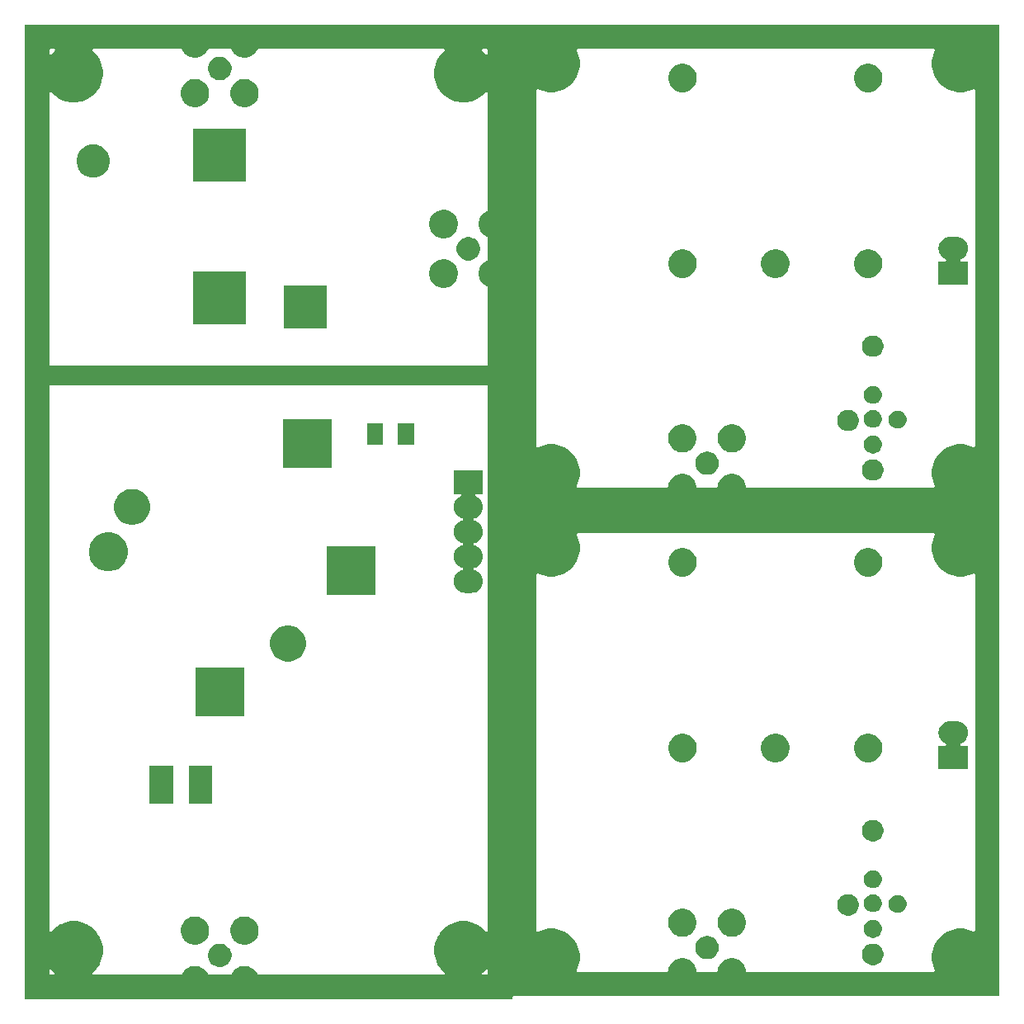
<source format=gts>
G04 #@! TF.GenerationSoftware,KiCad,Pcbnew,(5.1.5)-3*
G04 #@! TF.CreationDate,2021-12-07T14:22:12+01:00*
G04 #@! TF.ProjectId,dual_ocxo_themis,6475616c-5f6f-4637-986f-5f7468656d69,rev?*
G04 #@! TF.SameCoordinates,Original*
G04 #@! TF.FileFunction,Soldermask,Top*
G04 #@! TF.FilePolarity,Negative*
%FSLAX46Y46*%
G04 Gerber Fmt 4.6, Leading zero omitted, Abs format (unit mm)*
G04 Created by KiCad (PCBNEW (5.1.5)-3) date 2021-12-07 14:22:12*
%MOMM*%
%LPD*%
G04 APERTURE LIST*
%ADD10C,0.100000*%
G04 APERTURE END LIST*
D10*
G36*
X130000000Y-144700000D02*
G01*
X80124999Y-144700000D01*
X80100613Y-144702402D01*
X80077164Y-144709515D01*
X80055553Y-144721066D01*
X80036611Y-144736611D01*
X80021066Y-144755553D01*
X80009515Y-144777164D01*
X80002402Y-144800613D01*
X80000000Y-144824999D01*
X80000000Y-145000000D01*
X30000000Y-145000000D01*
X30000000Y-142044416D01*
X32500000Y-142044416D01*
X32500000Y-142375001D01*
X32502402Y-142399387D01*
X32509515Y-142422836D01*
X32521066Y-142444447D01*
X32536611Y-142463389D01*
X32555553Y-142478934D01*
X32577164Y-142490485D01*
X32600613Y-142497598D01*
X32624999Y-142500000D01*
X32955584Y-142500000D01*
X32979970Y-142497598D01*
X33003419Y-142490485D01*
X33025030Y-142478934D01*
X33043972Y-142463389D01*
X33059517Y-142444447D01*
X33071068Y-142422836D01*
X33078181Y-142399387D01*
X33080583Y-142375001D01*
X33078181Y-142350615D01*
X33071068Y-142327166D01*
X33059517Y-142305555D01*
X33043972Y-142286613D01*
X32713387Y-141956028D01*
X32694445Y-141940483D01*
X32672834Y-141928932D01*
X32649385Y-141921819D01*
X32624999Y-141919417D01*
X32600613Y-141921819D01*
X32577164Y-141928932D01*
X32555553Y-141940483D01*
X32536611Y-141956028D01*
X32521066Y-141974970D01*
X32509515Y-141996581D01*
X32502402Y-142020030D01*
X32500000Y-142044416D01*
X30000000Y-142044416D01*
X30000000Y-82124999D01*
X32500000Y-82124999D01*
X32500000Y-137955584D01*
X32502402Y-137979970D01*
X32509515Y-138003419D01*
X32521066Y-138025030D01*
X32536611Y-138043972D01*
X32555553Y-138059517D01*
X32577164Y-138071068D01*
X32600613Y-138078181D01*
X32624999Y-138080583D01*
X32649385Y-138078181D01*
X32672834Y-138071068D01*
X32694445Y-138059517D01*
X32713387Y-138043972D01*
X33087612Y-137669747D01*
X33544870Y-137364217D01*
X33578967Y-137341434D01*
X33672284Y-137302781D01*
X33936025Y-137193536D01*
X34124932Y-137115288D01*
X34375792Y-137065389D01*
X34704524Y-137000000D01*
X35295476Y-137000000D01*
X35624208Y-137065389D01*
X35875068Y-137115288D01*
X36063975Y-137193536D01*
X36327717Y-137302781D01*
X36421033Y-137341434D01*
X36455130Y-137364217D01*
X36912388Y-137669747D01*
X37330253Y-138087612D01*
X37462838Y-138286040D01*
X37641864Y-138553970D01*
X37658567Y-138578969D01*
X37716984Y-138720000D01*
X37884712Y-139124932D01*
X37920062Y-139302651D01*
X37998860Y-139698792D01*
X38000000Y-139704526D01*
X38000000Y-140295474D01*
X37884712Y-140875068D01*
X37804726Y-141068172D01*
X37658567Y-141421031D01*
X37330253Y-141912388D01*
X36956028Y-142286613D01*
X36940483Y-142305555D01*
X36928932Y-142327166D01*
X36921819Y-142350615D01*
X36919417Y-142375001D01*
X36921819Y-142399387D01*
X36928932Y-142422836D01*
X36940483Y-142444447D01*
X36956028Y-142463389D01*
X36974970Y-142478934D01*
X36996581Y-142490485D01*
X37020030Y-142497598D01*
X37044416Y-142500000D01*
X46031032Y-142500000D01*
X46055418Y-142497598D01*
X46078867Y-142490485D01*
X46100478Y-142478934D01*
X46119420Y-142463389D01*
X46134965Y-142444447D01*
X46146516Y-142422836D01*
X46175310Y-142353320D01*
X46302218Y-142163389D01*
X46333960Y-142115883D01*
X46535883Y-141913960D01*
X46773319Y-141755311D01*
X46773321Y-141755310D01*
X47037145Y-141646030D01*
X47317218Y-141590320D01*
X47602782Y-141590320D01*
X47882855Y-141646030D01*
X48146679Y-141755310D01*
X48146681Y-141755311D01*
X48384117Y-141913960D01*
X48586040Y-142115883D01*
X48617782Y-142163389D01*
X48744690Y-142353320D01*
X48773484Y-142422836D01*
X48785035Y-142444447D01*
X48800580Y-142463389D01*
X48819522Y-142478934D01*
X48841133Y-142490485D01*
X48864582Y-142497598D01*
X48888968Y-142500000D01*
X51111032Y-142500000D01*
X51135418Y-142497598D01*
X51158867Y-142490485D01*
X51180478Y-142478934D01*
X51199420Y-142463389D01*
X51214965Y-142444447D01*
X51226516Y-142422836D01*
X51255310Y-142353320D01*
X51382218Y-142163389D01*
X51413960Y-142115883D01*
X51615883Y-141913960D01*
X51853319Y-141755311D01*
X51853321Y-141755310D01*
X52117145Y-141646030D01*
X52397218Y-141590320D01*
X52682782Y-141590320D01*
X52962855Y-141646030D01*
X53226679Y-141755310D01*
X53226681Y-141755311D01*
X53464117Y-141913960D01*
X53666040Y-142115883D01*
X53697782Y-142163389D01*
X53824690Y-142353320D01*
X53853484Y-142422836D01*
X53865035Y-142444447D01*
X53880580Y-142463389D01*
X53899522Y-142478934D01*
X53921133Y-142490485D01*
X53944582Y-142497598D01*
X53968968Y-142500000D01*
X72955584Y-142500000D01*
X72979970Y-142497598D01*
X73003419Y-142490485D01*
X73025030Y-142478934D01*
X73043972Y-142463389D01*
X73059517Y-142444447D01*
X73071068Y-142422836D01*
X73078181Y-142399387D01*
X73080583Y-142375001D01*
X76919417Y-142375001D01*
X76921819Y-142399387D01*
X76928932Y-142422836D01*
X76940483Y-142444447D01*
X76956028Y-142463389D01*
X76974970Y-142478934D01*
X76996581Y-142490485D01*
X77020030Y-142497598D01*
X77044416Y-142500000D01*
X77375001Y-142500000D01*
X77399387Y-142497598D01*
X77422836Y-142490485D01*
X77444447Y-142478934D01*
X77463389Y-142463389D01*
X77478934Y-142444447D01*
X77490485Y-142422836D01*
X77497598Y-142399387D01*
X77500000Y-142375001D01*
X77500000Y-142044416D01*
X77497598Y-142020030D01*
X77490485Y-141996581D01*
X77478934Y-141974970D01*
X77463389Y-141956028D01*
X77444447Y-141940483D01*
X77422836Y-141928932D01*
X77399387Y-141921819D01*
X77375001Y-141919417D01*
X77350615Y-141921819D01*
X77327166Y-141928932D01*
X77305555Y-141940483D01*
X77286613Y-141956028D01*
X76956028Y-142286613D01*
X76940483Y-142305555D01*
X76928932Y-142327166D01*
X76921819Y-142350615D01*
X76919417Y-142375001D01*
X73080583Y-142375001D01*
X73078181Y-142350615D01*
X73071068Y-142327166D01*
X73059517Y-142305555D01*
X73043972Y-142286613D01*
X72669747Y-141912388D01*
X72341433Y-141421031D01*
X72195274Y-141068172D01*
X72115288Y-140875068D01*
X72000000Y-140295474D01*
X72000000Y-139704526D01*
X72001141Y-139698792D01*
X72079938Y-139302651D01*
X72115288Y-139124932D01*
X72283016Y-138720000D01*
X72341433Y-138578969D01*
X72358137Y-138553970D01*
X72537162Y-138286040D01*
X72669747Y-138087612D01*
X73087612Y-137669747D01*
X73544870Y-137364217D01*
X73578967Y-137341434D01*
X73672284Y-137302781D01*
X73936025Y-137193536D01*
X74124932Y-137115288D01*
X74375792Y-137065389D01*
X74704524Y-137000000D01*
X75295476Y-137000000D01*
X75624208Y-137065389D01*
X75875068Y-137115288D01*
X76063975Y-137193536D01*
X76327717Y-137302781D01*
X76421033Y-137341434D01*
X76455130Y-137364217D01*
X76912388Y-137669747D01*
X77286613Y-138043972D01*
X77305555Y-138059517D01*
X77327166Y-138071068D01*
X77350615Y-138078181D01*
X77375001Y-138080583D01*
X77399387Y-138078181D01*
X77422836Y-138071068D01*
X77444447Y-138059517D01*
X77463389Y-138043972D01*
X77478934Y-138025030D01*
X77490485Y-138003419D01*
X77497598Y-137979970D01*
X77500000Y-137955584D01*
X77500000Y-101458811D01*
X82500000Y-101458811D01*
X82500000Y-137941189D01*
X82502402Y-137965575D01*
X82509515Y-137989024D01*
X82521066Y-138010635D01*
X82536611Y-138029577D01*
X82555553Y-138045122D01*
X82577164Y-138056673D01*
X82600613Y-138063786D01*
X82624999Y-138066188D01*
X82649385Y-138063786D01*
X82672834Y-138056673D01*
X83139518Y-137863366D01*
X83709449Y-137750000D01*
X84290551Y-137750000D01*
X84860482Y-137863366D01*
X85393419Y-138084116D01*
X85397349Y-138085744D01*
X85880516Y-138408585D01*
X86291415Y-138819484D01*
X86612825Y-139300510D01*
X86614257Y-139302653D01*
X86836634Y-139839518D01*
X86950000Y-140409449D01*
X86950000Y-140990551D01*
X86836634Y-141560482D01*
X86643327Y-142027166D01*
X86636214Y-142050615D01*
X86633812Y-142075001D01*
X86636214Y-142099387D01*
X86643327Y-142122836D01*
X86654878Y-142144447D01*
X86670423Y-142163389D01*
X86689365Y-142178934D01*
X86710976Y-142190485D01*
X86734425Y-142197598D01*
X86758811Y-142200000D01*
X95887292Y-142200000D01*
X95911678Y-142197598D01*
X95935127Y-142190485D01*
X95956738Y-142178934D01*
X95975680Y-142163389D01*
X95991225Y-142144447D01*
X96002776Y-142122836D01*
X96009889Y-142099387D01*
X96014740Y-142075001D01*
X96041497Y-141940483D01*
X96066030Y-141817145D01*
X96175310Y-141553321D01*
X96175311Y-141553319D01*
X96333960Y-141315883D01*
X96535883Y-141113960D01*
X96773319Y-140955311D01*
X96856044Y-140921045D01*
X97037145Y-140846030D01*
X97317218Y-140790320D01*
X97602782Y-140790320D01*
X97882855Y-140846030D01*
X98063956Y-140921045D01*
X98146681Y-140955311D01*
X98384117Y-141113960D01*
X98586040Y-141315883D01*
X98744689Y-141553319D01*
X98744690Y-141553321D01*
X98853970Y-141817145D01*
X98878503Y-141940483D01*
X98905261Y-142075001D01*
X98910111Y-142099387D01*
X98917224Y-142122836D01*
X98928775Y-142144447D01*
X98944320Y-142163388D01*
X98963262Y-142178934D01*
X98984873Y-142190485D01*
X99008322Y-142197598D01*
X99032708Y-142200000D01*
X100967292Y-142200000D01*
X100991678Y-142197598D01*
X101015127Y-142190485D01*
X101036738Y-142178934D01*
X101055680Y-142163389D01*
X101071225Y-142144447D01*
X101082776Y-142122836D01*
X101089889Y-142099387D01*
X101094740Y-142075001D01*
X101121497Y-141940483D01*
X101146030Y-141817145D01*
X101255310Y-141553321D01*
X101255311Y-141553319D01*
X101413960Y-141315883D01*
X101615883Y-141113960D01*
X101853319Y-140955311D01*
X101936044Y-140921045D01*
X102117145Y-140846030D01*
X102397218Y-140790320D01*
X102682782Y-140790320D01*
X102962855Y-140846030D01*
X103143956Y-140921045D01*
X103226681Y-140955311D01*
X103464117Y-141113960D01*
X103666040Y-141315883D01*
X103824689Y-141553319D01*
X103824690Y-141553321D01*
X103933970Y-141817145D01*
X103958503Y-141940483D01*
X103985261Y-142075001D01*
X103990111Y-142099387D01*
X103997224Y-142122836D01*
X104008775Y-142144447D01*
X104024320Y-142163388D01*
X104043262Y-142178934D01*
X104064873Y-142190485D01*
X104088322Y-142197598D01*
X104112708Y-142200000D01*
X123241189Y-142200000D01*
X123265575Y-142197598D01*
X123289024Y-142190485D01*
X123310635Y-142178934D01*
X123329577Y-142163389D01*
X123345122Y-142144447D01*
X123356673Y-142122836D01*
X123363786Y-142099387D01*
X123366188Y-142075001D01*
X123363786Y-142050615D01*
X123356673Y-142027166D01*
X123163366Y-141560482D01*
X123050000Y-140990551D01*
X123050000Y-140409449D01*
X123163366Y-139839518D01*
X123385743Y-139302653D01*
X123387175Y-139300510D01*
X123708585Y-138819484D01*
X124119484Y-138408585D01*
X124602651Y-138085744D01*
X124606581Y-138084116D01*
X125139518Y-137863366D01*
X125709449Y-137750000D01*
X126290551Y-137750000D01*
X126860482Y-137863366D01*
X127327166Y-138056673D01*
X127350615Y-138063786D01*
X127375001Y-138066188D01*
X127399387Y-138063786D01*
X127422836Y-138056673D01*
X127444447Y-138045122D01*
X127463389Y-138029577D01*
X127478934Y-138010635D01*
X127490485Y-137989024D01*
X127497598Y-137965575D01*
X127500000Y-137941189D01*
X127500000Y-101458811D01*
X127497598Y-101434425D01*
X127490485Y-101410976D01*
X127478934Y-101389365D01*
X127463389Y-101370423D01*
X127444447Y-101354878D01*
X127422836Y-101343327D01*
X127399387Y-101336214D01*
X127375001Y-101333812D01*
X127350615Y-101336214D01*
X127327166Y-101343327D01*
X126860482Y-101536634D01*
X126290551Y-101650000D01*
X125709449Y-101650000D01*
X125139518Y-101536634D01*
X124602653Y-101314257D01*
X124602652Y-101314257D01*
X124602651Y-101314256D01*
X124119484Y-100991415D01*
X123708585Y-100580516D01*
X123385744Y-100097349D01*
X123362588Y-100041445D01*
X123163366Y-99560482D01*
X123050000Y-98990551D01*
X123050000Y-98409449D01*
X123163366Y-97839518D01*
X123356673Y-97372834D01*
X123363786Y-97349385D01*
X123366188Y-97324999D01*
X123363786Y-97300613D01*
X123356673Y-97277164D01*
X123345122Y-97255553D01*
X123329577Y-97236611D01*
X123310635Y-97221066D01*
X123289024Y-97209515D01*
X123265575Y-97202402D01*
X123241189Y-97200000D01*
X86758811Y-97200000D01*
X86734425Y-97202402D01*
X86710976Y-97209515D01*
X86689365Y-97221066D01*
X86670423Y-97236611D01*
X86654878Y-97255553D01*
X86643327Y-97277164D01*
X86636214Y-97300613D01*
X86633812Y-97324999D01*
X86636214Y-97349385D01*
X86643327Y-97372834D01*
X86836634Y-97839518D01*
X86950000Y-98409449D01*
X86950000Y-98990551D01*
X86836634Y-99560482D01*
X86637412Y-100041445D01*
X86614256Y-100097349D01*
X86291415Y-100580516D01*
X85880516Y-100991415D01*
X85397349Y-101314256D01*
X85397348Y-101314257D01*
X85397347Y-101314257D01*
X84860482Y-101536634D01*
X84290551Y-101650000D01*
X83709449Y-101650000D01*
X83139518Y-101536634D01*
X82672834Y-101343327D01*
X82649385Y-101336214D01*
X82624999Y-101333812D01*
X82600613Y-101336214D01*
X82577164Y-101343327D01*
X82555553Y-101354878D01*
X82536611Y-101370423D01*
X82521066Y-101389365D01*
X82509515Y-101410976D01*
X82502402Y-101434425D01*
X82500000Y-101458811D01*
X77500000Y-101458811D01*
X77500000Y-82124999D01*
X77497598Y-82100613D01*
X77490485Y-82077164D01*
X77478934Y-82055553D01*
X77463389Y-82036611D01*
X77444447Y-82021066D01*
X77422836Y-82009515D01*
X77399387Y-82002402D01*
X77375001Y-82000000D01*
X32624999Y-82000000D01*
X32600613Y-82002402D01*
X32577164Y-82009515D01*
X32555553Y-82021066D01*
X32536611Y-82036611D01*
X32521066Y-82055553D01*
X32509515Y-82077164D01*
X32502402Y-82100613D01*
X32500000Y-82124999D01*
X30000000Y-82124999D01*
X30000000Y-52044416D01*
X32500000Y-52044416D01*
X32500000Y-79875001D01*
X32502402Y-79899387D01*
X32509515Y-79922836D01*
X32521066Y-79944447D01*
X32536611Y-79963389D01*
X32555553Y-79978934D01*
X32577164Y-79990485D01*
X32600613Y-79997598D01*
X32624999Y-80000000D01*
X77375001Y-80000000D01*
X77399387Y-79997598D01*
X77422836Y-79990485D01*
X77444447Y-79978934D01*
X77463389Y-79963389D01*
X77478934Y-79944447D01*
X77490485Y-79922836D01*
X77497598Y-79899387D01*
X77500000Y-79875001D01*
X77500000Y-71968968D01*
X77497598Y-71944582D01*
X77490485Y-71921133D01*
X77478934Y-71899522D01*
X77463389Y-71880580D01*
X77444447Y-71865035D01*
X77422836Y-71853484D01*
X77353320Y-71824690D01*
X77274533Y-71772046D01*
X77115883Y-71666040D01*
X76913960Y-71464117D01*
X76755311Y-71226681D01*
X76651061Y-70975000D01*
X76646030Y-70962855D01*
X76590320Y-70682782D01*
X76590320Y-70397218D01*
X76646030Y-70117145D01*
X76755310Y-69853321D01*
X76755311Y-69853319D01*
X76913960Y-69615883D01*
X77115883Y-69413960D01*
X77308527Y-69285240D01*
X77353320Y-69255310D01*
X77422836Y-69226516D01*
X77444447Y-69214965D01*
X77463389Y-69199420D01*
X77478934Y-69180478D01*
X77490485Y-69158867D01*
X77497598Y-69135418D01*
X77500000Y-69111032D01*
X77500000Y-66888968D01*
X77497598Y-66864582D01*
X77490485Y-66841133D01*
X77478934Y-66819522D01*
X77463389Y-66800580D01*
X77444447Y-66785035D01*
X77422836Y-66773484D01*
X77353320Y-66744690D01*
X77274533Y-66692046D01*
X77115883Y-66586040D01*
X76913960Y-66384117D01*
X76755311Y-66146681D01*
X76755310Y-66146679D01*
X76646030Y-65882855D01*
X76590320Y-65602782D01*
X76590320Y-65317218D01*
X76646030Y-65037145D01*
X76755310Y-64773321D01*
X76755311Y-64773319D01*
X76913960Y-64535883D01*
X77115883Y-64333960D01*
X77353319Y-64175311D01*
X77353320Y-64175310D01*
X77422836Y-64146516D01*
X77444447Y-64134965D01*
X77463389Y-64119420D01*
X77478934Y-64100478D01*
X77490485Y-64078867D01*
X77497598Y-64055418D01*
X77500000Y-64031032D01*
X77500000Y-52044416D01*
X77497598Y-52020030D01*
X77490485Y-51996581D01*
X77478934Y-51974970D01*
X77463389Y-51956028D01*
X77444447Y-51940483D01*
X77422836Y-51928932D01*
X77399387Y-51921819D01*
X77375001Y-51919417D01*
X77350615Y-51921819D01*
X77327166Y-51928932D01*
X77305555Y-51940483D01*
X77286613Y-51956028D01*
X76912389Y-52330252D01*
X76421033Y-52658566D01*
X75875068Y-52884712D01*
X75681870Y-52923141D01*
X75295476Y-53000000D01*
X74704524Y-53000000D01*
X74318130Y-52923141D01*
X74124932Y-52884712D01*
X73578967Y-52658566D01*
X73087611Y-52330252D01*
X72669748Y-51912389D01*
X72659612Y-51897219D01*
X72567131Y-51758811D01*
X82500000Y-51758811D01*
X82500000Y-88241189D01*
X82502402Y-88265575D01*
X82509515Y-88289024D01*
X82521066Y-88310635D01*
X82536611Y-88329577D01*
X82555553Y-88345122D01*
X82577164Y-88356673D01*
X82600613Y-88363786D01*
X82624999Y-88366188D01*
X82649385Y-88363786D01*
X82672834Y-88356673D01*
X83139518Y-88163366D01*
X83709449Y-88050000D01*
X84290551Y-88050000D01*
X84860482Y-88163366D01*
X85355366Y-88368354D01*
X85397349Y-88385744D01*
X85880516Y-88708585D01*
X86291415Y-89119484D01*
X86614256Y-89602651D01*
X86614257Y-89602653D01*
X86836634Y-90139518D01*
X86950000Y-90709449D01*
X86950000Y-91290551D01*
X86836634Y-91860482D01*
X86643327Y-92327166D01*
X86636214Y-92350615D01*
X86633812Y-92375001D01*
X86636214Y-92399387D01*
X86643327Y-92422836D01*
X86654878Y-92444447D01*
X86670423Y-92463389D01*
X86689365Y-92478934D01*
X86710976Y-92490485D01*
X86734425Y-92497598D01*
X86758811Y-92500000D01*
X95887292Y-92500000D01*
X95911678Y-92497598D01*
X95935127Y-92490485D01*
X95956738Y-92478934D01*
X95975680Y-92463389D01*
X95991225Y-92444447D01*
X96002776Y-92422836D01*
X96009889Y-92399387D01*
X96014740Y-92375001D01*
X96024255Y-92327166D01*
X96066030Y-92117145D01*
X96175310Y-91853321D01*
X96175311Y-91853319D01*
X96333960Y-91615883D01*
X96535883Y-91413960D01*
X96773319Y-91255311D01*
X96856044Y-91221045D01*
X97037145Y-91146030D01*
X97317218Y-91090320D01*
X97602782Y-91090320D01*
X97882855Y-91146030D01*
X98063956Y-91221045D01*
X98146681Y-91255311D01*
X98384117Y-91413960D01*
X98586040Y-91615883D01*
X98744689Y-91853319D01*
X98744690Y-91853321D01*
X98853970Y-92117145D01*
X98895745Y-92327166D01*
X98905261Y-92375001D01*
X98910111Y-92399387D01*
X98917224Y-92422836D01*
X98928775Y-92444447D01*
X98944320Y-92463388D01*
X98963262Y-92478934D01*
X98984873Y-92490485D01*
X99008322Y-92497598D01*
X99032708Y-92500000D01*
X100967292Y-92500000D01*
X100991678Y-92497598D01*
X101015127Y-92490485D01*
X101036738Y-92478934D01*
X101055680Y-92463389D01*
X101071225Y-92444447D01*
X101082776Y-92422836D01*
X101089889Y-92399387D01*
X101094740Y-92375001D01*
X101104255Y-92327166D01*
X101146030Y-92117145D01*
X101255310Y-91853321D01*
X101255311Y-91853319D01*
X101413960Y-91615883D01*
X101615883Y-91413960D01*
X101853319Y-91255311D01*
X101936044Y-91221045D01*
X102117145Y-91146030D01*
X102397218Y-91090320D01*
X102682782Y-91090320D01*
X102962855Y-91146030D01*
X103143956Y-91221045D01*
X103226681Y-91255311D01*
X103464117Y-91413960D01*
X103666040Y-91615883D01*
X103824689Y-91853319D01*
X103824690Y-91853321D01*
X103933970Y-92117145D01*
X103975745Y-92327166D01*
X103985261Y-92375001D01*
X103990111Y-92399387D01*
X103997224Y-92422836D01*
X104008775Y-92444447D01*
X104024320Y-92463388D01*
X104043262Y-92478934D01*
X104064873Y-92490485D01*
X104088322Y-92497598D01*
X104112708Y-92500000D01*
X123241189Y-92500000D01*
X123265575Y-92497598D01*
X123289024Y-92490485D01*
X123310635Y-92478934D01*
X123329577Y-92463389D01*
X123345122Y-92444447D01*
X123356673Y-92422836D01*
X123363786Y-92399387D01*
X123366188Y-92375001D01*
X123363786Y-92350615D01*
X123356673Y-92327166D01*
X123163366Y-91860482D01*
X123050000Y-91290551D01*
X123050000Y-90709449D01*
X123163366Y-90139518D01*
X123385743Y-89602653D01*
X123385744Y-89602651D01*
X123708585Y-89119484D01*
X124119484Y-88708585D01*
X124602651Y-88385744D01*
X124644634Y-88368354D01*
X125139518Y-88163366D01*
X125709449Y-88050000D01*
X126290551Y-88050000D01*
X126860482Y-88163366D01*
X127327166Y-88356673D01*
X127350615Y-88363786D01*
X127375001Y-88366188D01*
X127399387Y-88363786D01*
X127422836Y-88356673D01*
X127444447Y-88345122D01*
X127463389Y-88329577D01*
X127478934Y-88310635D01*
X127490485Y-88289024D01*
X127497598Y-88265575D01*
X127500000Y-88241189D01*
X127500000Y-51758811D01*
X127497598Y-51734425D01*
X127490485Y-51710976D01*
X127478934Y-51689365D01*
X127463389Y-51670423D01*
X127444447Y-51654878D01*
X127422836Y-51643327D01*
X127399387Y-51636214D01*
X127375001Y-51633812D01*
X127350615Y-51636214D01*
X127327166Y-51643327D01*
X126860482Y-51836634D01*
X126290551Y-51950000D01*
X125709449Y-51950000D01*
X125139518Y-51836634D01*
X124602653Y-51614257D01*
X124602652Y-51614257D01*
X124602651Y-51614256D01*
X124119484Y-51291415D01*
X123708585Y-50880516D01*
X123385744Y-50397349D01*
X123358753Y-50332187D01*
X123163366Y-49860482D01*
X123050000Y-49290551D01*
X123050000Y-48709449D01*
X123163366Y-48139518D01*
X123356673Y-47672834D01*
X123363786Y-47649385D01*
X123366188Y-47624999D01*
X123363786Y-47600613D01*
X123356673Y-47577164D01*
X123345122Y-47555553D01*
X123329577Y-47536611D01*
X123310635Y-47521066D01*
X123289024Y-47509515D01*
X123265575Y-47502402D01*
X123241189Y-47500000D01*
X86758811Y-47500000D01*
X86734425Y-47502402D01*
X86710976Y-47509515D01*
X86689365Y-47521066D01*
X86670423Y-47536611D01*
X86654878Y-47555553D01*
X86643327Y-47577164D01*
X86636214Y-47600613D01*
X86633812Y-47624999D01*
X86636214Y-47649385D01*
X86643327Y-47672834D01*
X86836634Y-48139518D01*
X86950000Y-48709449D01*
X86950000Y-49290551D01*
X86836634Y-49860482D01*
X86641247Y-50332187D01*
X86614256Y-50397349D01*
X86291415Y-50880516D01*
X85880516Y-51291415D01*
X85397349Y-51614256D01*
X85397348Y-51614257D01*
X85397347Y-51614257D01*
X84860482Y-51836634D01*
X84290551Y-51950000D01*
X83709449Y-51950000D01*
X83139518Y-51836634D01*
X82672834Y-51643327D01*
X82649385Y-51636214D01*
X82624999Y-51633812D01*
X82600613Y-51636214D01*
X82577164Y-51643327D01*
X82555553Y-51654878D01*
X82536611Y-51670423D01*
X82521066Y-51689365D01*
X82509515Y-51710976D01*
X82502402Y-51734425D01*
X82500000Y-51758811D01*
X72567131Y-51758811D01*
X72341433Y-51421031D01*
X72124766Y-50897949D01*
X72115288Y-50875068D01*
X72020264Y-50397349D01*
X72000000Y-50295476D01*
X72000000Y-49704524D01*
X72110277Y-49150123D01*
X72115288Y-49124932D01*
X72341434Y-48578967D01*
X72669748Y-48087611D01*
X73043972Y-47713387D01*
X73059517Y-47694445D01*
X73071068Y-47672834D01*
X73078181Y-47649385D01*
X73080583Y-47624999D01*
X76919417Y-47624999D01*
X76921819Y-47649385D01*
X76928932Y-47672834D01*
X76940483Y-47694445D01*
X76956028Y-47713387D01*
X77286613Y-48043972D01*
X77305555Y-48059517D01*
X77327166Y-48071068D01*
X77350615Y-48078181D01*
X77375001Y-48080583D01*
X77399387Y-48078181D01*
X77422836Y-48071068D01*
X77444447Y-48059517D01*
X77463389Y-48043972D01*
X77478934Y-48025030D01*
X77490485Y-48003419D01*
X77497598Y-47979970D01*
X77500000Y-47955584D01*
X77500000Y-47624999D01*
X77497598Y-47600613D01*
X77490485Y-47577164D01*
X77478934Y-47555553D01*
X77463389Y-47536611D01*
X77444447Y-47521066D01*
X77422836Y-47509515D01*
X77399387Y-47502402D01*
X77375001Y-47500000D01*
X77044416Y-47500000D01*
X77020030Y-47502402D01*
X76996581Y-47509515D01*
X76974970Y-47521066D01*
X76956028Y-47536611D01*
X76940483Y-47555553D01*
X76928932Y-47577164D01*
X76921819Y-47600613D01*
X76919417Y-47624999D01*
X73080583Y-47624999D01*
X73078181Y-47600613D01*
X73071068Y-47577164D01*
X73059517Y-47555553D01*
X73043972Y-47536611D01*
X73025030Y-47521066D01*
X73003419Y-47509515D01*
X72979970Y-47502402D01*
X72955584Y-47500000D01*
X53968968Y-47500000D01*
X53944582Y-47502402D01*
X53921133Y-47509515D01*
X53899522Y-47521066D01*
X53880580Y-47536611D01*
X53865035Y-47555553D01*
X53853484Y-47577164D01*
X53824690Y-47646680D01*
X53809276Y-47669748D01*
X53666040Y-47884117D01*
X53464117Y-48086040D01*
X53226681Y-48244689D01*
X53226680Y-48244690D01*
X53226679Y-48244690D01*
X52962855Y-48353970D01*
X52682782Y-48409680D01*
X52397218Y-48409680D01*
X52117145Y-48353970D01*
X51853321Y-48244690D01*
X51853320Y-48244690D01*
X51853319Y-48244689D01*
X51615883Y-48086040D01*
X51413960Y-47884117D01*
X51270724Y-47669748D01*
X51255310Y-47646680D01*
X51226516Y-47577164D01*
X51214965Y-47555553D01*
X51199420Y-47536611D01*
X51180478Y-47521066D01*
X51158867Y-47509515D01*
X51135418Y-47502402D01*
X51111032Y-47500000D01*
X48888968Y-47500000D01*
X48864582Y-47502402D01*
X48841133Y-47509515D01*
X48819522Y-47521066D01*
X48800580Y-47536611D01*
X48785035Y-47555553D01*
X48773484Y-47577164D01*
X48744690Y-47646680D01*
X48729276Y-47669748D01*
X48586040Y-47884117D01*
X48384117Y-48086040D01*
X48146681Y-48244689D01*
X48146680Y-48244690D01*
X48146679Y-48244690D01*
X47882855Y-48353970D01*
X47602782Y-48409680D01*
X47317218Y-48409680D01*
X47037145Y-48353970D01*
X46773321Y-48244690D01*
X46773320Y-48244690D01*
X46773319Y-48244689D01*
X46535883Y-48086040D01*
X46333960Y-47884117D01*
X46190724Y-47669748D01*
X46175310Y-47646680D01*
X46146516Y-47577164D01*
X46134965Y-47555553D01*
X46119420Y-47536611D01*
X46100478Y-47521066D01*
X46078867Y-47509515D01*
X46055418Y-47502402D01*
X46031032Y-47500000D01*
X37044416Y-47500000D01*
X37020030Y-47502402D01*
X36996581Y-47509515D01*
X36974970Y-47521066D01*
X36956028Y-47536611D01*
X36940483Y-47555553D01*
X36928932Y-47577164D01*
X36921819Y-47600613D01*
X36919417Y-47624999D01*
X36921819Y-47649385D01*
X36928932Y-47672834D01*
X36940483Y-47694445D01*
X36956028Y-47713387D01*
X37330252Y-48087611D01*
X37658566Y-48578967D01*
X37884712Y-49124932D01*
X37889723Y-49150123D01*
X38000000Y-49704524D01*
X38000000Y-50295476D01*
X37979736Y-50397349D01*
X37884712Y-50875068D01*
X37875234Y-50897949D01*
X37658567Y-51421031D01*
X37340389Y-51897219D01*
X37330252Y-51912389D01*
X36912389Y-52330252D01*
X36421033Y-52658566D01*
X35875068Y-52884712D01*
X35681870Y-52923141D01*
X35295476Y-53000000D01*
X34704524Y-53000000D01*
X34318130Y-52923141D01*
X34124932Y-52884712D01*
X33578967Y-52658566D01*
X33087611Y-52330252D01*
X32713387Y-51956028D01*
X32694445Y-51940483D01*
X32672834Y-51928932D01*
X32649385Y-51921819D01*
X32624999Y-51919417D01*
X32600613Y-51921819D01*
X32577164Y-51928932D01*
X32555553Y-51940483D01*
X32536611Y-51956028D01*
X32521066Y-51974970D01*
X32509515Y-51996581D01*
X32502402Y-52020030D01*
X32500000Y-52044416D01*
X30000000Y-52044416D01*
X30000000Y-47624999D01*
X32500000Y-47624999D01*
X32500000Y-47955584D01*
X32502402Y-47979970D01*
X32509515Y-48003419D01*
X32521066Y-48025030D01*
X32536611Y-48043972D01*
X32555553Y-48059517D01*
X32577164Y-48071068D01*
X32600613Y-48078181D01*
X32624999Y-48080583D01*
X32649385Y-48078181D01*
X32672834Y-48071068D01*
X32694445Y-48059517D01*
X32713387Y-48043972D01*
X33043972Y-47713387D01*
X33059517Y-47694445D01*
X33071068Y-47672834D01*
X33078181Y-47649385D01*
X33080583Y-47624999D01*
X33078181Y-47600613D01*
X33071068Y-47577164D01*
X33059517Y-47555553D01*
X33043972Y-47536611D01*
X33025030Y-47521066D01*
X33003419Y-47509515D01*
X32979970Y-47502402D01*
X32955584Y-47500000D01*
X32624999Y-47500000D01*
X32600613Y-47502402D01*
X32577164Y-47509515D01*
X32555553Y-47521066D01*
X32536611Y-47536611D01*
X32521066Y-47555553D01*
X32509515Y-47577164D01*
X32502402Y-47600613D01*
X32500000Y-47624999D01*
X30000000Y-47624999D01*
X30000000Y-45000000D01*
X130000000Y-45000000D01*
X130000000Y-144700000D01*
G37*
G36*
X50349877Y-139346605D02*
G01*
X50539605Y-139425193D01*
X50568172Y-139437026D01*
X50764630Y-139568295D01*
X50931705Y-139735370D01*
X51027647Y-139878957D01*
X51062975Y-139931830D01*
X51153395Y-140150123D01*
X51199490Y-140381859D01*
X51199490Y-140618141D01*
X51153395Y-140849877D01*
X51095126Y-140990550D01*
X51062974Y-141068172D01*
X50931705Y-141264630D01*
X50764630Y-141431705D01*
X50568172Y-141562974D01*
X50568171Y-141562975D01*
X50568170Y-141562975D01*
X50349877Y-141653395D01*
X50118141Y-141699490D01*
X49881859Y-141699490D01*
X49650123Y-141653395D01*
X49431830Y-141562975D01*
X49431829Y-141562975D01*
X49431828Y-141562974D01*
X49235370Y-141431705D01*
X49068295Y-141264630D01*
X48937026Y-141068172D01*
X48904874Y-140990550D01*
X48846605Y-140849877D01*
X48800510Y-140618141D01*
X48800510Y-140381859D01*
X48846605Y-140150123D01*
X48937025Y-139931830D01*
X48972354Y-139878957D01*
X49068295Y-139735370D01*
X49235370Y-139568295D01*
X49431828Y-139437026D01*
X49460395Y-139425193D01*
X49650123Y-139346605D01*
X49881859Y-139300510D01*
X50118141Y-139300510D01*
X50349877Y-139346605D01*
G37*
G36*
X52962855Y-136566030D02*
G01*
X53226679Y-136675310D01*
X53226681Y-136675311D01*
X53464117Y-136833960D01*
X53666040Y-137035883D01*
X53784742Y-137213534D01*
X53824690Y-137273321D01*
X53933970Y-137537145D01*
X53989680Y-137817218D01*
X53989680Y-138102782D01*
X53933970Y-138382855D01*
X53837690Y-138615294D01*
X53824689Y-138646681D01*
X53666040Y-138884117D01*
X53464117Y-139086040D01*
X53226681Y-139244689D01*
X53226680Y-139244690D01*
X53226679Y-139244690D01*
X52962855Y-139353970D01*
X52682782Y-139409680D01*
X52397218Y-139409680D01*
X52117145Y-139353970D01*
X51853321Y-139244690D01*
X51853320Y-139244690D01*
X51853319Y-139244689D01*
X51615883Y-139086040D01*
X51413960Y-138884117D01*
X51255311Y-138646681D01*
X51242310Y-138615294D01*
X51146030Y-138382855D01*
X51090320Y-138102782D01*
X51090320Y-137817218D01*
X51146030Y-137537145D01*
X51255310Y-137273321D01*
X51295258Y-137213534D01*
X51413960Y-137035883D01*
X51615883Y-136833960D01*
X51853319Y-136675311D01*
X51853321Y-136675310D01*
X52117145Y-136566030D01*
X52397218Y-136510320D01*
X52682782Y-136510320D01*
X52962855Y-136566030D01*
G37*
G36*
X47882855Y-136566030D02*
G01*
X48146679Y-136675310D01*
X48146681Y-136675311D01*
X48384117Y-136833960D01*
X48586040Y-137035883D01*
X48704742Y-137213534D01*
X48744690Y-137273321D01*
X48853970Y-137537145D01*
X48909680Y-137817218D01*
X48909680Y-138102782D01*
X48853970Y-138382855D01*
X48757690Y-138615294D01*
X48744689Y-138646681D01*
X48586040Y-138884117D01*
X48384117Y-139086040D01*
X48146681Y-139244689D01*
X48146680Y-139244690D01*
X48146679Y-139244690D01*
X47882855Y-139353970D01*
X47602782Y-139409680D01*
X47317218Y-139409680D01*
X47037145Y-139353970D01*
X46773321Y-139244690D01*
X46773320Y-139244690D01*
X46773319Y-139244689D01*
X46535883Y-139086040D01*
X46333960Y-138884117D01*
X46175311Y-138646681D01*
X46162310Y-138615294D01*
X46066030Y-138382855D01*
X46010320Y-138102782D01*
X46010320Y-137817218D01*
X46066030Y-137537145D01*
X46175310Y-137273321D01*
X46215258Y-137213534D01*
X46333960Y-137035883D01*
X46535883Y-136833960D01*
X46773319Y-136675311D01*
X46773321Y-136675310D01*
X47037145Y-136566030D01*
X47317218Y-136510320D01*
X47602782Y-136510320D01*
X47882855Y-136566030D01*
G37*
G36*
X45200000Y-124950000D02*
G01*
X42800000Y-124950000D01*
X42800000Y-121050000D01*
X45200000Y-121050000D01*
X45200000Y-124950000D01*
G37*
G36*
X49200000Y-124950000D02*
G01*
X46800000Y-124950000D01*
X46800000Y-121050000D01*
X49200000Y-121050000D01*
X49200000Y-124950000D01*
G37*
G36*
X52500000Y-116000000D02*
G01*
X47500000Y-116000000D01*
X47500000Y-111000000D01*
X52500000Y-111000000D01*
X52500000Y-116000000D01*
G37*
G36*
X57539624Y-106721094D02*
G01*
X57876302Y-106860551D01*
X57876303Y-106860552D01*
X58179306Y-107063011D01*
X58436989Y-107320694D01*
X58572268Y-107523154D01*
X58639449Y-107623698D01*
X58778906Y-107960376D01*
X58850000Y-108317790D01*
X58850000Y-108682210D01*
X58778906Y-109039624D01*
X58639449Y-109376302D01*
X58639448Y-109376303D01*
X58436989Y-109679306D01*
X58179306Y-109936989D01*
X57976846Y-110072268D01*
X57876302Y-110139449D01*
X57539624Y-110278906D01*
X57182210Y-110350000D01*
X56817790Y-110350000D01*
X56460376Y-110278906D01*
X56123698Y-110139449D01*
X56023154Y-110072268D01*
X55820694Y-109936989D01*
X55563011Y-109679306D01*
X55360552Y-109376303D01*
X55360551Y-109376302D01*
X55221094Y-109039624D01*
X55150000Y-108682210D01*
X55150000Y-108317790D01*
X55221094Y-107960376D01*
X55360551Y-107623698D01*
X55427732Y-107523154D01*
X55563011Y-107320694D01*
X55820694Y-107063011D01*
X56123697Y-106860552D01*
X56123698Y-106860551D01*
X56460376Y-106721094D01*
X56817790Y-106650000D01*
X57182210Y-106650000D01*
X57539624Y-106721094D01*
G37*
G36*
X66000000Y-103500000D02*
G01*
X61000000Y-103500000D01*
X61000000Y-98500000D01*
X66000000Y-98500000D01*
X66000000Y-103500000D01*
G37*
G36*
X77000000Y-93160000D02*
G01*
X76337686Y-93160000D01*
X76313300Y-93162402D01*
X76289851Y-93169515D01*
X76268240Y-93181066D01*
X76249298Y-93196611D01*
X76233753Y-93215553D01*
X76222202Y-93237164D01*
X76215089Y-93260613D01*
X76212687Y-93284999D01*
X76215089Y-93309385D01*
X76222202Y-93332834D01*
X76233753Y-93354445D01*
X76249298Y-93373387D01*
X76268240Y-93388932D01*
X76278762Y-93395238D01*
X76469910Y-93497408D01*
X76652634Y-93647366D01*
X76802592Y-93830090D01*
X76914018Y-94038555D01*
X76914019Y-94038558D01*
X76982637Y-94264759D01*
X77005806Y-94500000D01*
X76982637Y-94735241D01*
X76914019Y-94961442D01*
X76914018Y-94961445D01*
X76802592Y-95169910D01*
X76652634Y-95352634D01*
X76469910Y-95502592D01*
X76261445Y-95614018D01*
X76261442Y-95614019D01*
X76141563Y-95650384D01*
X76118927Y-95659761D01*
X76098552Y-95673374D01*
X76081225Y-95690701D01*
X76067612Y-95711076D01*
X76058234Y-95733715D01*
X76053454Y-95757748D01*
X76053454Y-95782252D01*
X76058234Y-95806285D01*
X76067612Y-95828924D01*
X76081225Y-95849299D01*
X76098552Y-95866626D01*
X76118927Y-95880239D01*
X76141563Y-95889616D01*
X76261442Y-95925981D01*
X76261445Y-95925982D01*
X76469910Y-96037408D01*
X76652634Y-96187366D01*
X76802592Y-96370090D01*
X76914018Y-96578555D01*
X76914019Y-96578558D01*
X76982637Y-96804759D01*
X77005806Y-97040000D01*
X76982637Y-97275241D01*
X76960145Y-97349385D01*
X76914018Y-97501445D01*
X76802592Y-97709910D01*
X76652634Y-97892634D01*
X76469910Y-98042592D01*
X76261445Y-98154018D01*
X76261442Y-98154019D01*
X76141563Y-98190384D01*
X76118927Y-98199761D01*
X76098552Y-98213374D01*
X76081225Y-98230701D01*
X76067612Y-98251076D01*
X76058234Y-98273715D01*
X76053454Y-98297748D01*
X76053454Y-98322252D01*
X76058234Y-98346285D01*
X76067612Y-98368924D01*
X76081225Y-98389299D01*
X76098552Y-98406626D01*
X76118927Y-98420239D01*
X76141563Y-98429616D01*
X76261442Y-98465981D01*
X76261445Y-98465982D01*
X76469910Y-98577408D01*
X76652634Y-98727366D01*
X76802592Y-98910090D01*
X76914018Y-99118555D01*
X76914019Y-99118558D01*
X76982637Y-99344759D01*
X77005806Y-99580000D01*
X76982637Y-99815241D01*
X76914019Y-100041442D01*
X76914018Y-100041445D01*
X76802592Y-100249910D01*
X76652634Y-100432634D01*
X76469910Y-100582592D01*
X76261445Y-100694018D01*
X76261442Y-100694019D01*
X76141563Y-100730384D01*
X76118927Y-100739761D01*
X76098552Y-100753374D01*
X76081225Y-100770701D01*
X76067612Y-100791076D01*
X76058234Y-100813715D01*
X76053454Y-100837748D01*
X76053454Y-100862252D01*
X76058234Y-100886285D01*
X76067612Y-100908924D01*
X76081225Y-100929299D01*
X76098552Y-100946626D01*
X76118927Y-100960239D01*
X76141563Y-100969616D01*
X76261442Y-101005981D01*
X76261445Y-101005982D01*
X76469910Y-101117408D01*
X76652634Y-101267366D01*
X76802592Y-101450090D01*
X76914018Y-101658555D01*
X76914019Y-101658558D01*
X76982637Y-101884759D01*
X77005806Y-102120000D01*
X76982637Y-102355241D01*
X76914019Y-102581442D01*
X76914018Y-102581445D01*
X76802592Y-102789910D01*
X76652634Y-102972634D01*
X76469910Y-103122592D01*
X76261445Y-103234018D01*
X76261442Y-103234019D01*
X76035241Y-103302637D01*
X75917714Y-103314212D01*
X75858951Y-103320000D01*
X75141049Y-103320000D01*
X75082286Y-103314212D01*
X74964759Y-103302637D01*
X74738558Y-103234019D01*
X74738555Y-103234018D01*
X74530090Y-103122592D01*
X74347366Y-102972634D01*
X74197408Y-102789910D01*
X74085982Y-102581445D01*
X74085981Y-102581442D01*
X74017363Y-102355241D01*
X73994194Y-102120000D01*
X74017363Y-101884759D01*
X74085981Y-101658558D01*
X74085982Y-101658555D01*
X74197408Y-101450090D01*
X74347366Y-101267366D01*
X74530090Y-101117408D01*
X74738555Y-101005982D01*
X74738558Y-101005981D01*
X74858437Y-100969616D01*
X74881073Y-100960239D01*
X74901448Y-100946626D01*
X74918775Y-100929299D01*
X74932388Y-100908924D01*
X74941766Y-100886285D01*
X74946546Y-100862252D01*
X74946546Y-100837748D01*
X74941766Y-100813715D01*
X74932388Y-100791076D01*
X74918775Y-100770701D01*
X74901448Y-100753374D01*
X74881073Y-100739761D01*
X74858437Y-100730384D01*
X74738558Y-100694019D01*
X74738555Y-100694018D01*
X74530090Y-100582592D01*
X74347366Y-100432634D01*
X74197408Y-100249910D01*
X74085982Y-100041445D01*
X74085981Y-100041442D01*
X74017363Y-99815241D01*
X73994194Y-99580000D01*
X74017363Y-99344759D01*
X74085981Y-99118558D01*
X74085982Y-99118555D01*
X74197408Y-98910090D01*
X74347366Y-98727366D01*
X74530090Y-98577408D01*
X74738555Y-98465982D01*
X74738558Y-98465981D01*
X74858437Y-98429616D01*
X74881073Y-98420239D01*
X74901448Y-98406626D01*
X74918775Y-98389299D01*
X74932388Y-98368924D01*
X74941766Y-98346285D01*
X74946546Y-98322252D01*
X74946546Y-98297748D01*
X74941766Y-98273715D01*
X74932388Y-98251076D01*
X74918775Y-98230701D01*
X74901448Y-98213374D01*
X74881073Y-98199761D01*
X74858437Y-98190384D01*
X74738558Y-98154019D01*
X74738555Y-98154018D01*
X74530090Y-98042592D01*
X74347366Y-97892634D01*
X74197408Y-97709910D01*
X74085982Y-97501445D01*
X74039855Y-97349385D01*
X74017363Y-97275241D01*
X73994194Y-97040000D01*
X74017363Y-96804759D01*
X74085981Y-96578558D01*
X74085982Y-96578555D01*
X74197408Y-96370090D01*
X74347366Y-96187366D01*
X74530090Y-96037408D01*
X74738555Y-95925982D01*
X74738558Y-95925981D01*
X74858437Y-95889616D01*
X74881073Y-95880239D01*
X74901448Y-95866626D01*
X74918775Y-95849299D01*
X74932388Y-95828924D01*
X74941766Y-95806285D01*
X74946546Y-95782252D01*
X74946546Y-95757748D01*
X74941766Y-95733715D01*
X74932388Y-95711076D01*
X74918775Y-95690701D01*
X74901448Y-95673374D01*
X74881073Y-95659761D01*
X74858437Y-95650384D01*
X74738558Y-95614019D01*
X74738555Y-95614018D01*
X74530090Y-95502592D01*
X74347366Y-95352634D01*
X74197408Y-95169910D01*
X74085982Y-94961445D01*
X74085981Y-94961442D01*
X74017363Y-94735241D01*
X73994194Y-94500000D01*
X74017363Y-94264759D01*
X74085981Y-94038558D01*
X74085982Y-94038555D01*
X74197408Y-93830090D01*
X74347366Y-93647366D01*
X74530090Y-93497408D01*
X74721238Y-93395238D01*
X74741612Y-93381625D01*
X74758939Y-93364298D01*
X74772553Y-93343923D01*
X74781931Y-93321285D01*
X74786711Y-93297251D01*
X74786711Y-93272747D01*
X74781931Y-93248714D01*
X74772553Y-93226075D01*
X74758940Y-93205701D01*
X74741613Y-93188374D01*
X74721238Y-93174760D01*
X74698600Y-93165382D01*
X74674566Y-93160602D01*
X74662314Y-93160000D01*
X74000000Y-93160000D01*
X74000000Y-90760000D01*
X77000000Y-90760000D01*
X77000000Y-93160000D01*
G37*
G36*
X39153377Y-97171858D02*
G01*
X39517353Y-97322622D01*
X39517355Y-97322623D01*
X39557407Y-97349385D01*
X39844925Y-97541498D01*
X40123502Y-97820075D01*
X40342378Y-98147647D01*
X40493142Y-98511623D01*
X40570000Y-98898016D01*
X40570000Y-99291984D01*
X40493142Y-99678377D01*
X40436451Y-99815241D01*
X40342377Y-100042355D01*
X40123501Y-100369926D01*
X39844926Y-100648501D01*
X39517355Y-100867377D01*
X39517354Y-100867378D01*
X39517353Y-100867378D01*
X39153377Y-101018142D01*
X38766984Y-101095000D01*
X38373016Y-101095000D01*
X37986623Y-101018142D01*
X37622647Y-100867378D01*
X37622646Y-100867378D01*
X37622645Y-100867377D01*
X37295074Y-100648501D01*
X37016499Y-100369926D01*
X36797623Y-100042355D01*
X36703549Y-99815241D01*
X36646858Y-99678377D01*
X36570000Y-99291984D01*
X36570000Y-98898016D01*
X36646858Y-98511623D01*
X36797622Y-98147647D01*
X37016498Y-97820075D01*
X37295075Y-97541498D01*
X37582593Y-97349385D01*
X37622645Y-97322623D01*
X37622647Y-97322622D01*
X37986623Y-97171858D01*
X38373016Y-97095000D01*
X38766984Y-97095000D01*
X39153377Y-97171858D01*
G37*
G36*
X41539624Y-92721094D02*
G01*
X41876302Y-92860551D01*
X41976846Y-92927732D01*
X42179306Y-93063011D01*
X42436989Y-93320694D01*
X42572268Y-93523154D01*
X42639449Y-93623698D01*
X42778906Y-93960376D01*
X42850000Y-94317790D01*
X42850000Y-94682210D01*
X42778906Y-95039624D01*
X42639449Y-95376302D01*
X42639448Y-95376303D01*
X42436989Y-95679306D01*
X42179306Y-95936989D01*
X42029016Y-96037409D01*
X41876302Y-96139449D01*
X41539624Y-96278906D01*
X41182210Y-96350000D01*
X40817790Y-96350000D01*
X40460376Y-96278906D01*
X40123698Y-96139449D01*
X39970984Y-96037409D01*
X39820694Y-95936989D01*
X39563011Y-95679306D01*
X39360552Y-95376303D01*
X39360551Y-95376302D01*
X39221094Y-95039624D01*
X39150000Y-94682210D01*
X39150000Y-94317790D01*
X39221094Y-93960376D01*
X39360551Y-93623698D01*
X39427732Y-93523154D01*
X39563011Y-93320694D01*
X39820694Y-93063011D01*
X40023154Y-92927732D01*
X40123698Y-92860551D01*
X40460376Y-92721094D01*
X40817790Y-92650000D01*
X41182210Y-92650000D01*
X41539624Y-92721094D01*
G37*
G36*
X61500000Y-90500000D02*
G01*
X56500000Y-90500000D01*
X56500000Y-85500000D01*
X61500000Y-85500000D01*
X61500000Y-90500000D01*
G37*
G36*
X69915000Y-88100000D02*
G01*
X68270000Y-88100000D01*
X68270000Y-85900000D01*
X69915000Y-85900000D01*
X69915000Y-88100000D01*
G37*
G36*
X66730000Y-88100000D02*
G01*
X65085000Y-88100000D01*
X65085000Y-85900000D01*
X66730000Y-85900000D01*
X66730000Y-88100000D01*
G37*
G36*
X117320857Y-139342272D02*
G01*
X117521043Y-139425192D01*
X117521045Y-139425193D01*
X117538754Y-139437026D01*
X117701208Y-139545574D01*
X117854426Y-139698792D01*
X117974808Y-139878957D01*
X118057728Y-140079143D01*
X118100000Y-140291658D01*
X118100000Y-140508342D01*
X118057728Y-140720857D01*
X117974808Y-140921043D01*
X117854426Y-141101208D01*
X117701208Y-141254426D01*
X117611738Y-141314208D01*
X117521045Y-141374807D01*
X117521044Y-141374808D01*
X117521043Y-141374808D01*
X117320857Y-141457728D01*
X117108342Y-141500000D01*
X116891658Y-141500000D01*
X116679143Y-141457728D01*
X116478957Y-141374808D01*
X116478956Y-141374808D01*
X116478955Y-141374807D01*
X116388262Y-141314208D01*
X116298792Y-141254426D01*
X116145574Y-141101208D01*
X116025192Y-140921043D01*
X115942272Y-140720857D01*
X115900000Y-140508342D01*
X115900000Y-140291658D01*
X115942272Y-140079143D01*
X116025192Y-139878957D01*
X116145574Y-139698792D01*
X116298792Y-139545574D01*
X116461246Y-139437026D01*
X116478955Y-139425193D01*
X116478957Y-139425192D01*
X116679143Y-139342272D01*
X116891658Y-139300000D01*
X117108342Y-139300000D01*
X117320857Y-139342272D01*
G37*
G36*
X100349877Y-138546605D02*
G01*
X100568170Y-138637025D01*
X100568172Y-138637026D01*
X100609505Y-138664644D01*
X100764630Y-138768295D01*
X100931705Y-138935370D01*
X101062975Y-139131830D01*
X101153395Y-139350123D01*
X101199490Y-139581859D01*
X101199490Y-139818141D01*
X101153395Y-140049877D01*
X101062975Y-140268170D01*
X101062974Y-140268172D01*
X100931705Y-140464630D01*
X100764630Y-140631705D01*
X100568172Y-140762974D01*
X100568171Y-140762975D01*
X100568170Y-140762975D01*
X100349877Y-140853395D01*
X100118141Y-140899490D01*
X99881859Y-140899490D01*
X99650123Y-140853395D01*
X99431830Y-140762975D01*
X99431829Y-140762975D01*
X99431828Y-140762974D01*
X99235370Y-140631705D01*
X99068295Y-140464630D01*
X98937026Y-140268172D01*
X98937025Y-140268170D01*
X98846605Y-140049877D01*
X98800510Y-139818141D01*
X98800510Y-139581859D01*
X98846605Y-139350123D01*
X98937025Y-139131830D01*
X99068295Y-138935370D01*
X99235370Y-138768295D01*
X99390495Y-138664644D01*
X99431828Y-138637026D01*
X99431830Y-138637025D01*
X99650123Y-138546605D01*
X99881859Y-138500510D01*
X100118141Y-138500510D01*
X100349877Y-138546605D01*
G37*
G36*
X117268353Y-136895355D02*
G01*
X117435782Y-136964706D01*
X117435783Y-136964707D01*
X117586466Y-137065390D01*
X117714610Y-137193534D01*
X117765294Y-137269388D01*
X117815294Y-137344218D01*
X117884645Y-137511647D01*
X117920000Y-137689387D01*
X117920000Y-137890613D01*
X117884645Y-138068353D01*
X117815294Y-138235782D01*
X117765294Y-138310612D01*
X117714610Y-138386466D01*
X117586466Y-138514610D01*
X117510612Y-138565294D01*
X117435782Y-138615294D01*
X117268353Y-138684645D01*
X117090613Y-138720000D01*
X116909387Y-138720000D01*
X116731647Y-138684645D01*
X116564218Y-138615294D01*
X116489388Y-138565294D01*
X116413534Y-138514610D01*
X116285390Y-138386466D01*
X116234706Y-138310612D01*
X116184706Y-138235782D01*
X116115355Y-138068353D01*
X116080000Y-137890613D01*
X116080000Y-137689387D01*
X116115355Y-137511647D01*
X116184706Y-137344218D01*
X116234706Y-137269388D01*
X116285390Y-137193534D01*
X116413534Y-137065390D01*
X116564217Y-136964707D01*
X116564218Y-136964706D01*
X116731647Y-136895355D01*
X116909387Y-136860000D01*
X117090613Y-136860000D01*
X117268353Y-136895355D01*
G37*
G36*
X102962855Y-135766030D02*
G01*
X103143956Y-135841045D01*
X103226681Y-135875311D01*
X103464117Y-136033960D01*
X103666040Y-136235883D01*
X103824689Y-136473319D01*
X103824690Y-136473321D01*
X103933970Y-136737145D01*
X103989680Y-137017218D01*
X103989680Y-137302782D01*
X103933970Y-137582855D01*
X103889842Y-137689388D01*
X103824689Y-137846681D01*
X103666040Y-138084117D01*
X103464117Y-138286040D01*
X103226681Y-138444689D01*
X103226680Y-138444690D01*
X103226679Y-138444690D01*
X102962855Y-138553970D01*
X102682782Y-138609680D01*
X102397218Y-138609680D01*
X102117145Y-138553970D01*
X101853321Y-138444690D01*
X101853320Y-138444690D01*
X101853319Y-138444689D01*
X101615883Y-138286040D01*
X101413960Y-138084117D01*
X101255311Y-137846681D01*
X101190158Y-137689388D01*
X101146030Y-137582855D01*
X101090320Y-137302782D01*
X101090320Y-137017218D01*
X101146030Y-136737145D01*
X101255310Y-136473321D01*
X101255311Y-136473319D01*
X101413960Y-136235883D01*
X101615883Y-136033960D01*
X101853319Y-135875311D01*
X101936044Y-135841045D01*
X102117145Y-135766030D01*
X102397218Y-135710320D01*
X102682782Y-135710320D01*
X102962855Y-135766030D01*
G37*
G36*
X97882855Y-135766030D02*
G01*
X98063956Y-135841045D01*
X98146681Y-135875311D01*
X98384117Y-136033960D01*
X98586040Y-136235883D01*
X98744689Y-136473319D01*
X98744690Y-136473321D01*
X98853970Y-136737145D01*
X98909680Y-137017218D01*
X98909680Y-137302782D01*
X98853970Y-137582855D01*
X98809842Y-137689388D01*
X98744689Y-137846681D01*
X98586040Y-138084117D01*
X98384117Y-138286040D01*
X98146681Y-138444689D01*
X98146680Y-138444690D01*
X98146679Y-138444690D01*
X97882855Y-138553970D01*
X97602782Y-138609680D01*
X97317218Y-138609680D01*
X97037145Y-138553970D01*
X96773321Y-138444690D01*
X96773320Y-138444690D01*
X96773319Y-138444689D01*
X96535883Y-138286040D01*
X96333960Y-138084117D01*
X96175311Y-137846681D01*
X96110158Y-137689388D01*
X96066030Y-137582855D01*
X96010320Y-137302782D01*
X96010320Y-137017218D01*
X96066030Y-136737145D01*
X96175310Y-136473321D01*
X96175311Y-136473319D01*
X96333960Y-136235883D01*
X96535883Y-136033960D01*
X96773319Y-135875311D01*
X96856044Y-135841045D01*
X97037145Y-135766030D01*
X97317218Y-135710320D01*
X97602782Y-135710320D01*
X97882855Y-135766030D01*
G37*
G36*
X114780857Y-134262272D02*
G01*
X114979872Y-134344707D01*
X114981045Y-134345193D01*
X114996253Y-134355355D01*
X115100045Y-134424706D01*
X115161209Y-134465575D01*
X115314425Y-134618791D01*
X115384869Y-134724217D01*
X115434808Y-134798957D01*
X115517728Y-134999143D01*
X115560000Y-135211658D01*
X115560000Y-135428342D01*
X115517728Y-135640857D01*
X115503261Y-135675783D01*
X115434807Y-135841045D01*
X115412379Y-135874611D01*
X115345105Y-135975294D01*
X115314425Y-136021209D01*
X115161209Y-136174425D01*
X114981045Y-136294807D01*
X114981044Y-136294808D01*
X114981043Y-136294808D01*
X114780857Y-136377728D01*
X114568342Y-136420000D01*
X114351658Y-136420000D01*
X114139143Y-136377728D01*
X113938957Y-136294808D01*
X113938956Y-136294808D01*
X113938955Y-136294807D01*
X113758791Y-136174425D01*
X113605575Y-136021209D01*
X113574896Y-135975294D01*
X113507621Y-135874611D01*
X113485193Y-135841045D01*
X113416739Y-135675783D01*
X113402272Y-135640857D01*
X113360000Y-135428342D01*
X113360000Y-135211658D01*
X113402272Y-134999143D01*
X113485192Y-134798957D01*
X113535132Y-134724217D01*
X113605575Y-134618791D01*
X113758791Y-134465575D01*
X113819956Y-134424706D01*
X113923747Y-134355355D01*
X113938955Y-134345193D01*
X113940128Y-134344707D01*
X114139143Y-134262272D01*
X114351658Y-134220000D01*
X114568342Y-134220000D01*
X114780857Y-134262272D01*
G37*
G36*
X119808353Y-134355355D02*
G01*
X119975782Y-134424706D01*
X120036945Y-134465574D01*
X120126466Y-134525390D01*
X120254610Y-134653534D01*
X120254611Y-134653536D01*
X120355294Y-134804218D01*
X120424645Y-134971647D01*
X120460000Y-135149387D01*
X120460000Y-135330613D01*
X120424645Y-135508353D01*
X120355294Y-135675782D01*
X120355293Y-135675783D01*
X120254610Y-135826466D01*
X120126466Y-135954610D01*
X120095510Y-135975294D01*
X119975782Y-136055294D01*
X119808353Y-136124645D01*
X119630613Y-136160000D01*
X119449387Y-136160000D01*
X119271647Y-136124645D01*
X119104218Y-136055294D01*
X118984490Y-135975294D01*
X118953534Y-135954610D01*
X118825390Y-135826466D01*
X118724707Y-135675783D01*
X118724706Y-135675782D01*
X118655355Y-135508353D01*
X118620000Y-135330613D01*
X118620000Y-135149387D01*
X118655355Y-134971647D01*
X118724706Y-134804218D01*
X118825389Y-134653536D01*
X118825390Y-134653534D01*
X118953534Y-134525390D01*
X119043055Y-134465574D01*
X119104218Y-134424706D01*
X119271647Y-134355355D01*
X119449387Y-134320000D01*
X119630613Y-134320000D01*
X119808353Y-134355355D01*
G37*
G36*
X117268353Y-134275355D02*
G01*
X117435782Y-134344706D01*
X117510612Y-134394706D01*
X117586466Y-134445390D01*
X117714610Y-134573534D01*
X117714611Y-134573536D01*
X117815294Y-134724218D01*
X117884645Y-134891647D01*
X117920000Y-135069387D01*
X117920000Y-135250613D01*
X117884645Y-135428353D01*
X117815294Y-135595782D01*
X117815293Y-135595783D01*
X117714610Y-135746466D01*
X117586466Y-135874610D01*
X117510612Y-135925294D01*
X117435782Y-135975294D01*
X117268353Y-136044645D01*
X117090613Y-136080000D01*
X116909387Y-136080000D01*
X116731647Y-136044645D01*
X116564218Y-135975294D01*
X116489388Y-135925294D01*
X116413534Y-135874610D01*
X116285390Y-135746466D01*
X116184707Y-135595783D01*
X116184706Y-135595782D01*
X116115355Y-135428353D01*
X116080000Y-135250613D01*
X116080000Y-135069387D01*
X116115355Y-134891647D01*
X116184706Y-134724218D01*
X116285389Y-134573536D01*
X116285390Y-134573534D01*
X116413534Y-134445390D01*
X116489388Y-134394706D01*
X116564218Y-134344706D01*
X116731647Y-134275355D01*
X116909387Y-134240000D01*
X117090613Y-134240000D01*
X117268353Y-134275355D01*
G37*
G36*
X117268353Y-131815355D02*
G01*
X117435782Y-131884706D01*
X117435783Y-131884707D01*
X117586466Y-131985390D01*
X117714610Y-132113534D01*
X117714611Y-132113536D01*
X117815294Y-132264218D01*
X117884645Y-132431647D01*
X117920000Y-132609387D01*
X117920000Y-132790613D01*
X117884645Y-132968353D01*
X117815294Y-133135782D01*
X117815293Y-133135783D01*
X117714610Y-133286466D01*
X117586466Y-133414610D01*
X117510612Y-133465294D01*
X117435782Y-133515294D01*
X117268353Y-133584645D01*
X117090613Y-133620000D01*
X116909387Y-133620000D01*
X116731647Y-133584645D01*
X116564218Y-133515294D01*
X116489388Y-133465294D01*
X116413534Y-133414610D01*
X116285390Y-133286466D01*
X116184707Y-133135783D01*
X116184706Y-133135782D01*
X116115355Y-132968353D01*
X116080000Y-132790613D01*
X116080000Y-132609387D01*
X116115355Y-132431647D01*
X116184706Y-132264218D01*
X116285389Y-132113536D01*
X116285390Y-132113534D01*
X116413534Y-131985390D01*
X116564217Y-131884707D01*
X116564218Y-131884706D01*
X116731647Y-131815355D01*
X116909387Y-131780000D01*
X117090613Y-131780000D01*
X117268353Y-131815355D01*
G37*
G36*
X117320857Y-126642272D02*
G01*
X117521043Y-126725192D01*
X117521045Y-126725193D01*
X117611738Y-126785792D01*
X117701208Y-126845574D01*
X117854426Y-126998792D01*
X117974808Y-127178957D01*
X118057728Y-127379143D01*
X118100000Y-127591658D01*
X118100000Y-127808342D01*
X118057728Y-128020857D01*
X117974808Y-128221043D01*
X117974807Y-128221045D01*
X117854425Y-128401209D01*
X117701209Y-128554425D01*
X117521045Y-128674807D01*
X117521044Y-128674808D01*
X117521043Y-128674808D01*
X117320857Y-128757728D01*
X117108342Y-128800000D01*
X116891658Y-128800000D01*
X116679143Y-128757728D01*
X116478957Y-128674808D01*
X116478956Y-128674808D01*
X116478955Y-128674807D01*
X116298791Y-128554425D01*
X116145575Y-128401209D01*
X116025193Y-128221045D01*
X116025192Y-128221043D01*
X115942272Y-128020857D01*
X115900000Y-127808342D01*
X115900000Y-127591658D01*
X115942272Y-127379143D01*
X116025192Y-127178957D01*
X116145574Y-126998792D01*
X116298792Y-126845574D01*
X116388262Y-126785792D01*
X116478955Y-126725193D01*
X116478957Y-126725192D01*
X116679143Y-126642272D01*
X116891658Y-126600000D01*
X117108342Y-126600000D01*
X117320857Y-126642272D01*
G37*
G36*
X125667714Y-116465788D02*
G01*
X125785241Y-116477363D01*
X126011442Y-116545981D01*
X126011445Y-116545982D01*
X126219910Y-116657408D01*
X126402634Y-116807366D01*
X126552592Y-116990090D01*
X126664018Y-117198555D01*
X126664019Y-117198558D01*
X126732637Y-117424759D01*
X126755806Y-117660000D01*
X126732637Y-117895241D01*
X126719051Y-117940026D01*
X126664018Y-118121445D01*
X126552592Y-118329910D01*
X126402634Y-118512634D01*
X126219910Y-118662592D01*
X126028762Y-118764762D01*
X126008388Y-118778375D01*
X125991061Y-118795702D01*
X125977447Y-118816077D01*
X125968069Y-118838715D01*
X125963289Y-118862749D01*
X125963289Y-118887253D01*
X125968069Y-118911286D01*
X125977447Y-118933925D01*
X125991060Y-118954299D01*
X126008387Y-118971626D01*
X126028762Y-118985240D01*
X126051400Y-118994618D01*
X126075434Y-118999398D01*
X126087686Y-119000000D01*
X126750000Y-119000000D01*
X126750000Y-121400000D01*
X123750000Y-121400000D01*
X123750000Y-119000000D01*
X124412314Y-119000000D01*
X124436700Y-118997598D01*
X124460149Y-118990485D01*
X124481760Y-118978934D01*
X124500702Y-118963389D01*
X124516247Y-118944447D01*
X124527798Y-118922836D01*
X124534911Y-118899387D01*
X124537313Y-118875001D01*
X124534911Y-118850615D01*
X124527798Y-118827166D01*
X124516247Y-118805555D01*
X124500702Y-118786613D01*
X124481760Y-118771068D01*
X124471238Y-118764762D01*
X124280090Y-118662592D01*
X124097366Y-118512634D01*
X123947408Y-118329910D01*
X123835982Y-118121445D01*
X123780949Y-117940026D01*
X123767363Y-117895241D01*
X123744194Y-117660000D01*
X123767363Y-117424759D01*
X123835981Y-117198558D01*
X123835982Y-117198555D01*
X123947408Y-116990090D01*
X124097366Y-116807366D01*
X124280090Y-116657408D01*
X124488555Y-116545982D01*
X124488558Y-116545981D01*
X124714759Y-116477363D01*
X124832286Y-116465788D01*
X124891049Y-116460000D01*
X125608951Y-116460000D01*
X125667714Y-116465788D01*
G37*
G36*
X116947948Y-117830722D02*
G01*
X117211831Y-117940026D01*
X117211833Y-117940027D01*
X117449321Y-118098711D01*
X117651289Y-118300679D01*
X117670820Y-118329910D01*
X117809974Y-118538169D01*
X117919278Y-118802052D01*
X117975000Y-119082186D01*
X117975000Y-119367814D01*
X117919278Y-119647948D01*
X117809974Y-119911831D01*
X117809973Y-119911833D01*
X117651289Y-120149321D01*
X117449321Y-120351289D01*
X117211833Y-120509973D01*
X117211832Y-120509974D01*
X117211831Y-120509974D01*
X116947948Y-120619278D01*
X116667814Y-120675000D01*
X116382186Y-120675000D01*
X116102052Y-120619278D01*
X115838169Y-120509974D01*
X115838168Y-120509974D01*
X115838167Y-120509973D01*
X115600679Y-120351289D01*
X115398711Y-120149321D01*
X115240027Y-119911833D01*
X115240026Y-119911831D01*
X115130722Y-119647948D01*
X115075000Y-119367814D01*
X115075000Y-119082186D01*
X115130722Y-118802052D01*
X115240026Y-118538169D01*
X115379180Y-118329910D01*
X115398711Y-118300679D01*
X115600679Y-118098711D01*
X115838167Y-117940027D01*
X115838169Y-117940026D01*
X116102052Y-117830722D01*
X116382186Y-117775000D01*
X116667814Y-117775000D01*
X116947948Y-117830722D01*
G37*
G36*
X107422948Y-117830722D02*
G01*
X107686831Y-117940026D01*
X107686833Y-117940027D01*
X107924321Y-118098711D01*
X108126289Y-118300679D01*
X108145820Y-118329910D01*
X108284974Y-118538169D01*
X108394278Y-118802052D01*
X108450000Y-119082186D01*
X108450000Y-119367814D01*
X108394278Y-119647948D01*
X108284974Y-119911831D01*
X108284973Y-119911833D01*
X108126289Y-120149321D01*
X107924321Y-120351289D01*
X107686833Y-120509973D01*
X107686832Y-120509974D01*
X107686831Y-120509974D01*
X107422948Y-120619278D01*
X107142814Y-120675000D01*
X106857186Y-120675000D01*
X106577052Y-120619278D01*
X106313169Y-120509974D01*
X106313168Y-120509974D01*
X106313167Y-120509973D01*
X106075679Y-120351289D01*
X105873711Y-120149321D01*
X105715027Y-119911833D01*
X105715026Y-119911831D01*
X105605722Y-119647948D01*
X105550000Y-119367814D01*
X105550000Y-119082186D01*
X105605722Y-118802052D01*
X105715026Y-118538169D01*
X105854180Y-118329910D01*
X105873711Y-118300679D01*
X106075679Y-118098711D01*
X106313167Y-117940027D01*
X106313169Y-117940026D01*
X106577052Y-117830722D01*
X106857186Y-117775000D01*
X107142814Y-117775000D01*
X107422948Y-117830722D01*
G37*
G36*
X97897948Y-117830722D02*
G01*
X98161831Y-117940026D01*
X98161833Y-117940027D01*
X98399321Y-118098711D01*
X98601289Y-118300679D01*
X98620820Y-118329910D01*
X98759974Y-118538169D01*
X98869278Y-118802052D01*
X98925000Y-119082186D01*
X98925000Y-119367814D01*
X98869278Y-119647948D01*
X98759974Y-119911831D01*
X98759973Y-119911833D01*
X98601289Y-120149321D01*
X98399321Y-120351289D01*
X98161833Y-120509973D01*
X98161832Y-120509974D01*
X98161831Y-120509974D01*
X97897948Y-120619278D01*
X97617814Y-120675000D01*
X97332186Y-120675000D01*
X97052052Y-120619278D01*
X96788169Y-120509974D01*
X96788168Y-120509974D01*
X96788167Y-120509973D01*
X96550679Y-120351289D01*
X96348711Y-120149321D01*
X96190027Y-119911833D01*
X96190026Y-119911831D01*
X96080722Y-119647948D01*
X96025000Y-119367814D01*
X96025000Y-119082186D01*
X96080722Y-118802052D01*
X96190026Y-118538169D01*
X96329180Y-118329910D01*
X96348711Y-118300679D01*
X96550679Y-118098711D01*
X96788167Y-117940027D01*
X96788169Y-117940026D01*
X97052052Y-117830722D01*
X97332186Y-117775000D01*
X97617814Y-117775000D01*
X97897948Y-117830722D01*
G37*
G36*
X97897948Y-98780722D02*
G01*
X98161831Y-98890026D01*
X98161833Y-98890027D01*
X98399321Y-99048711D01*
X98601289Y-99250679D01*
X98664151Y-99344759D01*
X98759974Y-99488169D01*
X98869278Y-99752052D01*
X98925000Y-100032186D01*
X98925000Y-100317814D01*
X98869278Y-100597948D01*
X98759974Y-100861831D01*
X98759973Y-100861833D01*
X98601289Y-101099321D01*
X98399321Y-101301289D01*
X98161833Y-101459973D01*
X98161832Y-101459974D01*
X98161831Y-101459974D01*
X97897948Y-101569278D01*
X97617814Y-101625000D01*
X97332186Y-101625000D01*
X97052052Y-101569278D01*
X96788169Y-101459974D01*
X96788168Y-101459974D01*
X96788167Y-101459973D01*
X96550679Y-101301289D01*
X96348711Y-101099321D01*
X96190027Y-100861833D01*
X96190026Y-100861831D01*
X96080722Y-100597948D01*
X96025000Y-100317814D01*
X96025000Y-100032186D01*
X96080722Y-99752052D01*
X96190026Y-99488169D01*
X96285849Y-99344759D01*
X96348711Y-99250679D01*
X96550679Y-99048711D01*
X96788167Y-98890027D01*
X96788169Y-98890026D01*
X97052052Y-98780722D01*
X97332186Y-98725000D01*
X97617814Y-98725000D01*
X97897948Y-98780722D01*
G37*
G36*
X116947948Y-98780722D02*
G01*
X117211831Y-98890026D01*
X117211833Y-98890027D01*
X117449321Y-99048711D01*
X117651289Y-99250679D01*
X117714151Y-99344759D01*
X117809974Y-99488169D01*
X117919278Y-99752052D01*
X117975000Y-100032186D01*
X117975000Y-100317814D01*
X117919278Y-100597948D01*
X117809974Y-100861831D01*
X117809973Y-100861833D01*
X117651289Y-101099321D01*
X117449321Y-101301289D01*
X117211833Y-101459973D01*
X117211832Y-101459974D01*
X117211831Y-101459974D01*
X116947948Y-101569278D01*
X116667814Y-101625000D01*
X116382186Y-101625000D01*
X116102052Y-101569278D01*
X115838169Y-101459974D01*
X115838168Y-101459974D01*
X115838167Y-101459973D01*
X115600679Y-101301289D01*
X115398711Y-101099321D01*
X115240027Y-100861833D01*
X115240026Y-100861831D01*
X115130722Y-100597948D01*
X115075000Y-100317814D01*
X115075000Y-100032186D01*
X115130722Y-99752052D01*
X115240026Y-99488169D01*
X115335849Y-99344759D01*
X115398711Y-99250679D01*
X115600679Y-99048711D01*
X115838167Y-98890027D01*
X115838169Y-98890026D01*
X116102052Y-98780722D01*
X116382186Y-98725000D01*
X116667814Y-98725000D01*
X116947948Y-98780722D01*
G37*
G36*
X117320857Y-89642272D02*
G01*
X117521043Y-89725192D01*
X117521045Y-89725193D01*
X117611738Y-89785792D01*
X117701208Y-89845574D01*
X117854426Y-89998792D01*
X117974808Y-90178957D01*
X118057728Y-90379143D01*
X118100000Y-90591658D01*
X118100000Y-90808342D01*
X118057728Y-91020857D01*
X117974808Y-91221043D01*
X117974807Y-91221045D01*
X117854425Y-91401209D01*
X117701209Y-91554425D01*
X117521045Y-91674807D01*
X117521044Y-91674808D01*
X117521043Y-91674808D01*
X117320857Y-91757728D01*
X117108342Y-91800000D01*
X116891658Y-91800000D01*
X116679143Y-91757728D01*
X116478957Y-91674808D01*
X116478956Y-91674808D01*
X116478955Y-91674807D01*
X116298791Y-91554425D01*
X116145575Y-91401209D01*
X116025193Y-91221045D01*
X116025192Y-91221043D01*
X115942272Y-91020857D01*
X115900000Y-90808342D01*
X115900000Y-90591658D01*
X115942272Y-90379143D01*
X116025192Y-90178957D01*
X116145574Y-89998792D01*
X116298792Y-89845574D01*
X116388262Y-89785792D01*
X116478955Y-89725193D01*
X116478957Y-89725192D01*
X116679143Y-89642272D01*
X116891658Y-89600000D01*
X117108342Y-89600000D01*
X117320857Y-89642272D01*
G37*
G36*
X100349877Y-88846605D02*
G01*
X100568170Y-88937025D01*
X100568172Y-88937026D01*
X100609505Y-88964644D01*
X100764630Y-89068295D01*
X100931705Y-89235370D01*
X101062975Y-89431830D01*
X101153395Y-89650123D01*
X101199490Y-89881859D01*
X101199490Y-90118141D01*
X101153395Y-90349877D01*
X101091212Y-90500000D01*
X101062974Y-90568172D01*
X100931705Y-90764630D01*
X100764630Y-90931705D01*
X100568172Y-91062974D01*
X100568171Y-91062975D01*
X100568170Y-91062975D01*
X100349877Y-91153395D01*
X100118141Y-91199490D01*
X99881859Y-91199490D01*
X99650123Y-91153395D01*
X99431830Y-91062975D01*
X99431829Y-91062975D01*
X99431828Y-91062974D01*
X99235370Y-90931705D01*
X99068295Y-90764630D01*
X98937026Y-90568172D01*
X98908788Y-90500000D01*
X98846605Y-90349877D01*
X98800510Y-90118141D01*
X98800510Y-89881859D01*
X98846605Y-89650123D01*
X98937025Y-89431830D01*
X99068295Y-89235370D01*
X99235370Y-89068295D01*
X99390495Y-88964644D01*
X99431828Y-88937026D01*
X99431830Y-88937025D01*
X99650123Y-88846605D01*
X99881859Y-88800510D01*
X100118141Y-88800510D01*
X100349877Y-88846605D01*
G37*
G36*
X117268353Y-87195355D02*
G01*
X117435782Y-87264706D01*
X117435783Y-87264707D01*
X117586466Y-87365390D01*
X117714610Y-87493534D01*
X117765294Y-87569388D01*
X117815294Y-87644218D01*
X117884645Y-87811647D01*
X117920000Y-87989387D01*
X117920000Y-88190613D01*
X117884645Y-88368353D01*
X117815294Y-88535782D01*
X117765294Y-88610612D01*
X117714610Y-88686466D01*
X117586466Y-88814610D01*
X117510612Y-88865294D01*
X117435782Y-88915294D01*
X117268353Y-88984645D01*
X117090613Y-89020000D01*
X116909387Y-89020000D01*
X116731647Y-88984645D01*
X116564218Y-88915294D01*
X116489388Y-88865294D01*
X116413534Y-88814610D01*
X116285390Y-88686466D01*
X116234706Y-88610612D01*
X116184706Y-88535782D01*
X116115355Y-88368353D01*
X116080000Y-88190613D01*
X116080000Y-87989387D01*
X116115355Y-87811647D01*
X116184706Y-87644218D01*
X116234706Y-87569388D01*
X116285390Y-87493534D01*
X116413534Y-87365390D01*
X116564217Y-87264707D01*
X116564218Y-87264706D01*
X116731647Y-87195355D01*
X116909387Y-87160000D01*
X117090613Y-87160000D01*
X117268353Y-87195355D01*
G37*
G36*
X102962855Y-86066030D02*
G01*
X103143956Y-86141045D01*
X103226681Y-86175311D01*
X103464117Y-86333960D01*
X103666040Y-86535883D01*
X103824689Y-86773319D01*
X103824690Y-86773321D01*
X103933970Y-87037145D01*
X103989680Y-87317218D01*
X103989680Y-87602782D01*
X103933970Y-87882855D01*
X103889842Y-87989388D01*
X103824689Y-88146681D01*
X103666040Y-88384117D01*
X103464117Y-88586040D01*
X103226681Y-88744689D01*
X103226680Y-88744690D01*
X103226679Y-88744690D01*
X102962855Y-88853970D01*
X102682782Y-88909680D01*
X102397218Y-88909680D01*
X102117145Y-88853970D01*
X101853321Y-88744690D01*
X101853320Y-88744690D01*
X101853319Y-88744689D01*
X101615883Y-88586040D01*
X101413960Y-88384117D01*
X101255311Y-88146681D01*
X101190158Y-87989388D01*
X101146030Y-87882855D01*
X101090320Y-87602782D01*
X101090320Y-87317218D01*
X101146030Y-87037145D01*
X101255310Y-86773321D01*
X101255311Y-86773319D01*
X101413960Y-86535883D01*
X101615883Y-86333960D01*
X101853319Y-86175311D01*
X101936044Y-86141045D01*
X102117145Y-86066030D01*
X102397218Y-86010320D01*
X102682782Y-86010320D01*
X102962855Y-86066030D01*
G37*
G36*
X97882855Y-86066030D02*
G01*
X98063956Y-86141045D01*
X98146681Y-86175311D01*
X98384117Y-86333960D01*
X98586040Y-86535883D01*
X98744689Y-86773319D01*
X98744690Y-86773321D01*
X98853970Y-87037145D01*
X98909680Y-87317218D01*
X98909680Y-87602782D01*
X98853970Y-87882855D01*
X98809842Y-87989388D01*
X98744689Y-88146681D01*
X98586040Y-88384117D01*
X98384117Y-88586040D01*
X98146681Y-88744689D01*
X98146680Y-88744690D01*
X98146679Y-88744690D01*
X97882855Y-88853970D01*
X97602782Y-88909680D01*
X97317218Y-88909680D01*
X97037145Y-88853970D01*
X96773321Y-88744690D01*
X96773320Y-88744690D01*
X96773319Y-88744689D01*
X96535883Y-88586040D01*
X96333960Y-88384117D01*
X96175311Y-88146681D01*
X96110158Y-87989388D01*
X96066030Y-87882855D01*
X96010320Y-87602782D01*
X96010320Y-87317218D01*
X96066030Y-87037145D01*
X96175310Y-86773321D01*
X96175311Y-86773319D01*
X96333960Y-86535883D01*
X96535883Y-86333960D01*
X96773319Y-86175311D01*
X96856044Y-86141045D01*
X97037145Y-86066030D01*
X97317218Y-86010320D01*
X97602782Y-86010320D01*
X97882855Y-86066030D01*
G37*
G36*
X114780857Y-84562272D02*
G01*
X114979872Y-84644707D01*
X114981045Y-84645193D01*
X114996253Y-84655355D01*
X115100045Y-84724706D01*
X115161209Y-84765575D01*
X115314425Y-84918791D01*
X115384869Y-85024217D01*
X115434808Y-85098957D01*
X115517728Y-85299143D01*
X115560000Y-85511658D01*
X115560000Y-85728342D01*
X115517728Y-85940857D01*
X115503261Y-85975783D01*
X115434807Y-86141045D01*
X115412379Y-86174611D01*
X115345105Y-86275294D01*
X115314425Y-86321209D01*
X115161209Y-86474425D01*
X114981045Y-86594807D01*
X114981044Y-86594808D01*
X114981043Y-86594808D01*
X114780857Y-86677728D01*
X114568342Y-86720000D01*
X114351658Y-86720000D01*
X114139143Y-86677728D01*
X113938957Y-86594808D01*
X113938956Y-86594808D01*
X113938955Y-86594807D01*
X113758791Y-86474425D01*
X113605575Y-86321209D01*
X113574896Y-86275294D01*
X113507621Y-86174611D01*
X113485193Y-86141045D01*
X113416739Y-85975783D01*
X113402272Y-85940857D01*
X113360000Y-85728342D01*
X113360000Y-85511658D01*
X113402272Y-85299143D01*
X113485192Y-85098957D01*
X113535132Y-85024217D01*
X113605575Y-84918791D01*
X113758791Y-84765575D01*
X113819956Y-84724706D01*
X113923747Y-84655355D01*
X113938955Y-84645193D01*
X113940128Y-84644707D01*
X114139143Y-84562272D01*
X114351658Y-84520000D01*
X114568342Y-84520000D01*
X114780857Y-84562272D01*
G37*
G36*
X119808353Y-84655355D02*
G01*
X119975782Y-84724706D01*
X120036945Y-84765574D01*
X120126466Y-84825390D01*
X120254610Y-84953534D01*
X120254611Y-84953536D01*
X120355294Y-85104218D01*
X120424645Y-85271647D01*
X120460000Y-85449387D01*
X120460000Y-85630613D01*
X120424645Y-85808353D01*
X120355294Y-85975782D01*
X120355293Y-85975783D01*
X120254610Y-86126466D01*
X120126466Y-86254610D01*
X120095510Y-86275294D01*
X119975782Y-86355294D01*
X119808353Y-86424645D01*
X119630613Y-86460000D01*
X119449387Y-86460000D01*
X119271647Y-86424645D01*
X119104218Y-86355294D01*
X118984490Y-86275294D01*
X118953534Y-86254610D01*
X118825390Y-86126466D01*
X118724707Y-85975783D01*
X118724706Y-85975782D01*
X118655355Y-85808353D01*
X118620000Y-85630613D01*
X118620000Y-85449387D01*
X118655355Y-85271647D01*
X118724706Y-85104218D01*
X118825389Y-84953536D01*
X118825390Y-84953534D01*
X118953534Y-84825390D01*
X119043055Y-84765574D01*
X119104218Y-84724706D01*
X119271647Y-84655355D01*
X119449387Y-84620000D01*
X119630613Y-84620000D01*
X119808353Y-84655355D01*
G37*
G36*
X117268353Y-84575355D02*
G01*
X117435782Y-84644706D01*
X117510612Y-84694706D01*
X117586466Y-84745390D01*
X117714610Y-84873534D01*
X117714611Y-84873536D01*
X117815294Y-85024218D01*
X117884645Y-85191647D01*
X117920000Y-85369387D01*
X117920000Y-85550613D01*
X117884645Y-85728353D01*
X117815294Y-85895782D01*
X117785176Y-85940857D01*
X117714610Y-86046466D01*
X117586466Y-86174610D01*
X117510612Y-86225294D01*
X117435782Y-86275294D01*
X117268353Y-86344645D01*
X117090613Y-86380000D01*
X116909387Y-86380000D01*
X116731647Y-86344645D01*
X116564218Y-86275294D01*
X116489388Y-86225294D01*
X116413534Y-86174610D01*
X116285390Y-86046466D01*
X116214824Y-85940857D01*
X116184706Y-85895782D01*
X116115355Y-85728353D01*
X116080000Y-85550613D01*
X116080000Y-85369387D01*
X116115355Y-85191647D01*
X116184706Y-85024218D01*
X116285389Y-84873536D01*
X116285390Y-84873534D01*
X116413534Y-84745390D01*
X116489388Y-84694706D01*
X116564218Y-84644706D01*
X116731647Y-84575355D01*
X116909387Y-84540000D01*
X117090613Y-84540000D01*
X117268353Y-84575355D01*
G37*
G36*
X117268353Y-82115355D02*
G01*
X117435782Y-82184706D01*
X117435783Y-82184707D01*
X117586466Y-82285390D01*
X117714610Y-82413534D01*
X117714611Y-82413536D01*
X117815294Y-82564218D01*
X117884645Y-82731647D01*
X117920000Y-82909387D01*
X117920000Y-83090613D01*
X117884645Y-83268353D01*
X117815294Y-83435782D01*
X117815293Y-83435783D01*
X117714610Y-83586466D01*
X117586466Y-83714610D01*
X117510612Y-83765294D01*
X117435782Y-83815294D01*
X117268353Y-83884645D01*
X117090613Y-83920000D01*
X116909387Y-83920000D01*
X116731647Y-83884645D01*
X116564218Y-83815294D01*
X116489388Y-83765294D01*
X116413534Y-83714610D01*
X116285390Y-83586466D01*
X116184707Y-83435783D01*
X116184706Y-83435782D01*
X116115355Y-83268353D01*
X116080000Y-83090613D01*
X116080000Y-82909387D01*
X116115355Y-82731647D01*
X116184706Y-82564218D01*
X116285389Y-82413536D01*
X116285390Y-82413534D01*
X116413534Y-82285390D01*
X116564217Y-82184707D01*
X116564218Y-82184706D01*
X116731647Y-82115355D01*
X116909387Y-82080000D01*
X117090613Y-82080000D01*
X117268353Y-82115355D01*
G37*
G36*
X117320857Y-76942272D02*
G01*
X117521043Y-77025192D01*
X117521045Y-77025193D01*
X117611738Y-77085792D01*
X117701208Y-77145574D01*
X117854426Y-77298792D01*
X117974808Y-77478957D01*
X118057728Y-77679143D01*
X118100000Y-77891658D01*
X118100000Y-78108342D01*
X118057728Y-78320857D01*
X117974808Y-78521043D01*
X117974807Y-78521045D01*
X117854425Y-78701209D01*
X117701209Y-78854425D01*
X117521045Y-78974807D01*
X117521044Y-78974808D01*
X117521043Y-78974808D01*
X117320857Y-79057728D01*
X117108342Y-79100000D01*
X116891658Y-79100000D01*
X116679143Y-79057728D01*
X116478957Y-78974808D01*
X116478956Y-78974808D01*
X116478955Y-78974807D01*
X116298791Y-78854425D01*
X116145575Y-78701209D01*
X116025193Y-78521045D01*
X116025192Y-78521043D01*
X115942272Y-78320857D01*
X115900000Y-78108342D01*
X115900000Y-77891658D01*
X115942272Y-77679143D01*
X116025192Y-77478957D01*
X116145574Y-77298792D01*
X116298792Y-77145574D01*
X116388262Y-77085792D01*
X116478955Y-77025193D01*
X116478957Y-77025192D01*
X116679143Y-76942272D01*
X116891658Y-76900000D01*
X117108342Y-76900000D01*
X117320857Y-76942272D01*
G37*
G36*
X125667714Y-66765788D02*
G01*
X125785241Y-66777363D01*
X125995460Y-66841133D01*
X126011445Y-66845982D01*
X126219910Y-66957408D01*
X126402634Y-67107366D01*
X126552592Y-67290090D01*
X126664018Y-67498555D01*
X126664019Y-67498558D01*
X126732637Y-67724759D01*
X126755806Y-67960000D01*
X126732637Y-68195241D01*
X126719051Y-68240026D01*
X126664018Y-68421445D01*
X126552592Y-68629910D01*
X126402634Y-68812634D01*
X126219910Y-68962592D01*
X126028762Y-69064762D01*
X126008388Y-69078375D01*
X125991061Y-69095702D01*
X125977447Y-69116077D01*
X125968069Y-69138715D01*
X125963289Y-69162749D01*
X125963289Y-69187253D01*
X125968069Y-69211286D01*
X125977447Y-69233925D01*
X125991060Y-69254299D01*
X126008387Y-69271626D01*
X126028762Y-69285240D01*
X126051400Y-69294618D01*
X126075434Y-69299398D01*
X126087686Y-69300000D01*
X126750000Y-69300000D01*
X126750000Y-71700000D01*
X123750000Y-71700000D01*
X123750000Y-69300000D01*
X124412314Y-69300000D01*
X124436700Y-69297598D01*
X124460149Y-69290485D01*
X124481760Y-69278934D01*
X124500702Y-69263389D01*
X124516247Y-69244447D01*
X124527798Y-69222836D01*
X124534911Y-69199387D01*
X124537313Y-69175001D01*
X124534911Y-69150615D01*
X124527798Y-69127166D01*
X124516247Y-69105555D01*
X124500702Y-69086613D01*
X124481760Y-69071068D01*
X124471238Y-69064762D01*
X124280090Y-68962592D01*
X124097366Y-68812634D01*
X123947408Y-68629910D01*
X123835982Y-68421445D01*
X123780949Y-68240026D01*
X123767363Y-68195241D01*
X123744194Y-67960000D01*
X123767363Y-67724759D01*
X123835981Y-67498558D01*
X123835982Y-67498555D01*
X123947408Y-67290090D01*
X124097366Y-67107366D01*
X124280090Y-66957408D01*
X124488555Y-66845982D01*
X124504540Y-66841133D01*
X124714759Y-66777363D01*
X124832286Y-66765788D01*
X124891049Y-66760000D01*
X125608951Y-66760000D01*
X125667714Y-66765788D01*
G37*
G36*
X97897948Y-68130722D02*
G01*
X98161831Y-68240026D01*
X98161833Y-68240027D01*
X98399321Y-68398711D01*
X98601289Y-68600679D01*
X98620820Y-68629910D01*
X98759974Y-68838169D01*
X98869278Y-69102052D01*
X98925000Y-69382186D01*
X98925000Y-69667814D01*
X98869278Y-69947948D01*
X98799194Y-70117145D01*
X98759973Y-70211833D01*
X98601289Y-70449321D01*
X98399321Y-70651289D01*
X98161833Y-70809973D01*
X98161832Y-70809974D01*
X98161831Y-70809974D01*
X97897948Y-70919278D01*
X97617814Y-70975000D01*
X97332186Y-70975000D01*
X97052052Y-70919278D01*
X96788169Y-70809974D01*
X96788168Y-70809974D01*
X96788167Y-70809973D01*
X96550679Y-70651289D01*
X96348711Y-70449321D01*
X96190027Y-70211833D01*
X96150806Y-70117145D01*
X96080722Y-69947948D01*
X96025000Y-69667814D01*
X96025000Y-69382186D01*
X96080722Y-69102052D01*
X96190026Y-68838169D01*
X96329180Y-68629910D01*
X96348711Y-68600679D01*
X96550679Y-68398711D01*
X96788167Y-68240027D01*
X96788169Y-68240026D01*
X97052052Y-68130722D01*
X97332186Y-68075000D01*
X97617814Y-68075000D01*
X97897948Y-68130722D01*
G37*
G36*
X107422948Y-68130722D02*
G01*
X107686831Y-68240026D01*
X107686833Y-68240027D01*
X107924321Y-68398711D01*
X108126289Y-68600679D01*
X108145820Y-68629910D01*
X108284974Y-68838169D01*
X108394278Y-69102052D01*
X108450000Y-69382186D01*
X108450000Y-69667814D01*
X108394278Y-69947948D01*
X108324194Y-70117145D01*
X108284973Y-70211833D01*
X108126289Y-70449321D01*
X107924321Y-70651289D01*
X107686833Y-70809973D01*
X107686832Y-70809974D01*
X107686831Y-70809974D01*
X107422948Y-70919278D01*
X107142814Y-70975000D01*
X106857186Y-70975000D01*
X106577052Y-70919278D01*
X106313169Y-70809974D01*
X106313168Y-70809974D01*
X106313167Y-70809973D01*
X106075679Y-70651289D01*
X105873711Y-70449321D01*
X105715027Y-70211833D01*
X105675806Y-70117145D01*
X105605722Y-69947948D01*
X105550000Y-69667814D01*
X105550000Y-69382186D01*
X105605722Y-69102052D01*
X105715026Y-68838169D01*
X105854180Y-68629910D01*
X105873711Y-68600679D01*
X106075679Y-68398711D01*
X106313167Y-68240027D01*
X106313169Y-68240026D01*
X106577052Y-68130722D01*
X106857186Y-68075000D01*
X107142814Y-68075000D01*
X107422948Y-68130722D01*
G37*
G36*
X116947948Y-68130722D02*
G01*
X117211831Y-68240026D01*
X117211833Y-68240027D01*
X117449321Y-68398711D01*
X117651289Y-68600679D01*
X117670820Y-68629910D01*
X117809974Y-68838169D01*
X117919278Y-69102052D01*
X117975000Y-69382186D01*
X117975000Y-69667814D01*
X117919278Y-69947948D01*
X117849194Y-70117145D01*
X117809973Y-70211833D01*
X117651289Y-70449321D01*
X117449321Y-70651289D01*
X117211833Y-70809973D01*
X117211832Y-70809974D01*
X117211831Y-70809974D01*
X116947948Y-70919278D01*
X116667814Y-70975000D01*
X116382186Y-70975000D01*
X116102052Y-70919278D01*
X115838169Y-70809974D01*
X115838168Y-70809974D01*
X115838167Y-70809973D01*
X115600679Y-70651289D01*
X115398711Y-70449321D01*
X115240027Y-70211833D01*
X115200806Y-70117145D01*
X115130722Y-69947948D01*
X115075000Y-69667814D01*
X115075000Y-69382186D01*
X115130722Y-69102052D01*
X115240026Y-68838169D01*
X115379180Y-68629910D01*
X115398711Y-68600679D01*
X115600679Y-68398711D01*
X115838167Y-68240027D01*
X115838169Y-68240026D01*
X116102052Y-68130722D01*
X116382186Y-68075000D01*
X116667814Y-68075000D01*
X116947948Y-68130722D01*
G37*
G36*
X97897948Y-49080722D02*
G01*
X98161831Y-49190026D01*
X98161833Y-49190027D01*
X98399321Y-49348711D01*
X98601289Y-49550679D01*
X98704086Y-49704526D01*
X98759974Y-49788169D01*
X98869278Y-50052052D01*
X98925000Y-50332186D01*
X98925000Y-50617814D01*
X98869278Y-50897948D01*
X98779006Y-51115883D01*
X98759973Y-51161833D01*
X98601289Y-51399321D01*
X98399321Y-51601289D01*
X98161833Y-51759973D01*
X98161832Y-51759974D01*
X98161831Y-51759974D01*
X97897948Y-51869278D01*
X97617814Y-51925000D01*
X97332186Y-51925000D01*
X97052052Y-51869278D01*
X96788169Y-51759974D01*
X96788168Y-51759974D01*
X96788167Y-51759973D01*
X96550679Y-51601289D01*
X96348711Y-51399321D01*
X96190027Y-51161833D01*
X96170994Y-51115883D01*
X96080722Y-50897948D01*
X96025000Y-50617814D01*
X96025000Y-50332186D01*
X96080722Y-50052052D01*
X96190026Y-49788169D01*
X96245914Y-49704526D01*
X96348711Y-49550679D01*
X96550679Y-49348711D01*
X96788167Y-49190027D01*
X96788169Y-49190026D01*
X97052052Y-49080722D01*
X97332186Y-49025000D01*
X97617814Y-49025000D01*
X97897948Y-49080722D01*
G37*
G36*
X116947948Y-49080722D02*
G01*
X117211831Y-49190026D01*
X117211833Y-49190027D01*
X117449321Y-49348711D01*
X117651289Y-49550679D01*
X117754086Y-49704526D01*
X117809974Y-49788169D01*
X117919278Y-50052052D01*
X117975000Y-50332186D01*
X117975000Y-50617814D01*
X117919278Y-50897948D01*
X117829006Y-51115883D01*
X117809973Y-51161833D01*
X117651289Y-51399321D01*
X117449321Y-51601289D01*
X117211833Y-51759973D01*
X117211832Y-51759974D01*
X117211831Y-51759974D01*
X116947948Y-51869278D01*
X116667814Y-51925000D01*
X116382186Y-51925000D01*
X116102052Y-51869278D01*
X115838169Y-51759974D01*
X115838168Y-51759974D01*
X115838167Y-51759973D01*
X115600679Y-51601289D01*
X115398711Y-51399321D01*
X115240027Y-51161833D01*
X115220994Y-51115883D01*
X115130722Y-50897948D01*
X115075000Y-50617814D01*
X115075000Y-50332186D01*
X115130722Y-50052052D01*
X115240026Y-49788169D01*
X115295914Y-49704526D01*
X115398711Y-49550679D01*
X115600679Y-49348711D01*
X115838167Y-49190027D01*
X115838169Y-49190026D01*
X116102052Y-49080722D01*
X116382186Y-49025000D01*
X116667814Y-49025000D01*
X116947948Y-49080722D01*
G37*
G36*
X61000000Y-76200000D02*
G01*
X56600000Y-76200000D01*
X56600000Y-71800000D01*
X61000000Y-71800000D01*
X61000000Y-76200000D01*
G37*
G36*
X52700000Y-75720000D02*
G01*
X47300000Y-75720000D01*
X47300000Y-70320000D01*
X52700000Y-70320000D01*
X52700000Y-75720000D01*
G37*
G36*
X73382855Y-69146030D02*
G01*
X73644238Y-69254299D01*
X73646681Y-69255311D01*
X73884117Y-69413960D01*
X74086040Y-69615883D01*
X74244689Y-69853319D01*
X74244690Y-69853321D01*
X74353970Y-70117145D01*
X74409680Y-70397218D01*
X74409680Y-70682782D01*
X74353970Y-70962855D01*
X74348939Y-70975000D01*
X74244689Y-71226681D01*
X74086040Y-71464117D01*
X73884117Y-71666040D01*
X73646681Y-71824689D01*
X73646680Y-71824690D01*
X73646679Y-71824690D01*
X73382855Y-71933970D01*
X73102782Y-71989680D01*
X72817218Y-71989680D01*
X72537145Y-71933970D01*
X72273321Y-71824690D01*
X72273320Y-71824690D01*
X72273319Y-71824689D01*
X72035883Y-71666040D01*
X71833960Y-71464117D01*
X71675311Y-71226681D01*
X71571061Y-70975000D01*
X71566030Y-70962855D01*
X71510320Y-70682782D01*
X71510320Y-70397218D01*
X71566030Y-70117145D01*
X71675310Y-69853321D01*
X71675311Y-69853319D01*
X71833960Y-69615883D01*
X72035883Y-69413960D01*
X72273319Y-69255311D01*
X72275762Y-69254299D01*
X72537145Y-69146030D01*
X72817218Y-69090320D01*
X73102782Y-69090320D01*
X73382855Y-69146030D01*
G37*
G36*
X75849877Y-66846605D02*
G01*
X76002153Y-66909680D01*
X76068172Y-66937026D01*
X76098677Y-66957409D01*
X76264630Y-67068295D01*
X76431705Y-67235370D01*
X76562975Y-67431830D01*
X76653395Y-67650123D01*
X76699490Y-67881859D01*
X76699490Y-68118141D01*
X76653395Y-68349877D01*
X76562975Y-68568170D01*
X76562974Y-68568172D01*
X76431705Y-68764630D01*
X76264630Y-68931705D01*
X76068172Y-69062974D01*
X76068171Y-69062975D01*
X76068170Y-69062975D01*
X75849877Y-69153395D01*
X75618141Y-69199490D01*
X75381859Y-69199490D01*
X75150123Y-69153395D01*
X74931830Y-69062975D01*
X74931829Y-69062975D01*
X74931828Y-69062974D01*
X74735370Y-68931705D01*
X74568295Y-68764630D01*
X74437026Y-68568172D01*
X74437025Y-68568170D01*
X74346605Y-68349877D01*
X74300510Y-68118141D01*
X74300510Y-67881859D01*
X74346605Y-67650123D01*
X74437025Y-67431830D01*
X74568295Y-67235370D01*
X74735370Y-67068295D01*
X74901323Y-66957409D01*
X74931828Y-66937026D01*
X74997847Y-66909680D01*
X75150123Y-66846605D01*
X75381859Y-66800510D01*
X75618141Y-66800510D01*
X75849877Y-66846605D01*
G37*
G36*
X73382855Y-64066030D02*
G01*
X73577164Y-64146516D01*
X73646681Y-64175311D01*
X73884117Y-64333960D01*
X74086040Y-64535883D01*
X74244689Y-64773319D01*
X74244690Y-64773321D01*
X74353970Y-65037145D01*
X74409680Y-65317218D01*
X74409680Y-65602782D01*
X74353970Y-65882855D01*
X74244690Y-66146679D01*
X74244689Y-66146681D01*
X74086040Y-66384117D01*
X73884117Y-66586040D01*
X73646681Y-66744689D01*
X73646680Y-66744690D01*
X73646679Y-66744690D01*
X73382855Y-66853970D01*
X73102782Y-66909680D01*
X72817218Y-66909680D01*
X72537145Y-66853970D01*
X72273321Y-66744690D01*
X72273320Y-66744690D01*
X72273319Y-66744689D01*
X72035883Y-66586040D01*
X71833960Y-66384117D01*
X71675311Y-66146681D01*
X71675310Y-66146679D01*
X71566030Y-65882855D01*
X71510320Y-65602782D01*
X71510320Y-65317218D01*
X71566030Y-65037145D01*
X71675310Y-64773321D01*
X71675311Y-64773319D01*
X71833960Y-64535883D01*
X72035883Y-64333960D01*
X72273319Y-64175311D01*
X72342836Y-64146516D01*
X72537145Y-64066030D01*
X72817218Y-64010320D01*
X73102782Y-64010320D01*
X73382855Y-64066030D01*
G37*
G36*
X52700000Y-61115000D02*
G01*
X47300000Y-61115000D01*
X47300000Y-55715000D01*
X52700000Y-55715000D01*
X52700000Y-61115000D01*
G37*
G36*
X37331654Y-57332665D02*
G01*
X37495872Y-57365330D01*
X37805252Y-57493479D01*
X38083687Y-57679523D01*
X38320477Y-57916313D01*
X38506521Y-58194748D01*
X38634670Y-58504128D01*
X38700000Y-58832565D01*
X38700000Y-59167435D01*
X38634670Y-59495872D01*
X38506521Y-59805252D01*
X38320477Y-60083687D01*
X38083687Y-60320477D01*
X37805252Y-60506521D01*
X37495872Y-60634670D01*
X37331654Y-60667335D01*
X37167437Y-60700000D01*
X36832563Y-60700000D01*
X36668346Y-60667335D01*
X36504128Y-60634670D01*
X36194748Y-60506521D01*
X35916313Y-60320477D01*
X35679523Y-60083687D01*
X35493479Y-59805252D01*
X35365330Y-59495872D01*
X35300000Y-59167435D01*
X35300000Y-58832565D01*
X35365330Y-58504128D01*
X35493479Y-58194748D01*
X35679523Y-57916313D01*
X35916313Y-57679523D01*
X36194748Y-57493479D01*
X36504128Y-57365330D01*
X36668346Y-57332665D01*
X36832563Y-57300000D01*
X37167437Y-57300000D01*
X37331654Y-57332665D01*
G37*
G36*
X52962855Y-50646030D02*
G01*
X53226679Y-50755310D01*
X53226681Y-50755311D01*
X53464117Y-50913960D01*
X53666040Y-51115883D01*
X53783326Y-51291415D01*
X53824690Y-51353321D01*
X53933970Y-51617145D01*
X53989680Y-51897218D01*
X53989680Y-52182782D01*
X53933970Y-52462855D01*
X53852903Y-52658566D01*
X53824689Y-52726681D01*
X53666040Y-52964117D01*
X53464117Y-53166040D01*
X53226681Y-53324689D01*
X53226680Y-53324690D01*
X53226679Y-53324690D01*
X52962855Y-53433970D01*
X52682782Y-53489680D01*
X52397218Y-53489680D01*
X52117145Y-53433970D01*
X51853321Y-53324690D01*
X51853320Y-53324690D01*
X51853319Y-53324689D01*
X51615883Y-53166040D01*
X51413960Y-52964117D01*
X51255311Y-52726681D01*
X51227097Y-52658566D01*
X51146030Y-52462855D01*
X51090320Y-52182782D01*
X51090320Y-51897218D01*
X51146030Y-51617145D01*
X51255310Y-51353321D01*
X51296674Y-51291415D01*
X51413960Y-51115883D01*
X51615883Y-50913960D01*
X51853319Y-50755311D01*
X51853321Y-50755310D01*
X52117145Y-50646030D01*
X52397218Y-50590320D01*
X52682782Y-50590320D01*
X52962855Y-50646030D01*
G37*
G36*
X47882855Y-50646030D02*
G01*
X48146679Y-50755310D01*
X48146681Y-50755311D01*
X48384117Y-50913960D01*
X48586040Y-51115883D01*
X48703326Y-51291415D01*
X48744690Y-51353321D01*
X48853970Y-51617145D01*
X48909680Y-51897218D01*
X48909680Y-52182782D01*
X48853970Y-52462855D01*
X48772903Y-52658566D01*
X48744689Y-52726681D01*
X48586040Y-52964117D01*
X48384117Y-53166040D01*
X48146681Y-53324689D01*
X48146680Y-53324690D01*
X48146679Y-53324690D01*
X47882855Y-53433970D01*
X47602782Y-53489680D01*
X47317218Y-53489680D01*
X47037145Y-53433970D01*
X46773321Y-53324690D01*
X46773320Y-53324690D01*
X46773319Y-53324689D01*
X46535883Y-53166040D01*
X46333960Y-52964117D01*
X46175311Y-52726681D01*
X46147097Y-52658566D01*
X46066030Y-52462855D01*
X46010320Y-52182782D01*
X46010320Y-51897218D01*
X46066030Y-51617145D01*
X46175310Y-51353321D01*
X46216674Y-51291415D01*
X46333960Y-51115883D01*
X46535883Y-50913960D01*
X46773319Y-50755311D01*
X46773321Y-50755310D01*
X47037145Y-50646030D01*
X47317218Y-50590320D01*
X47602782Y-50590320D01*
X47882855Y-50646030D01*
G37*
G36*
X50349877Y-48346605D02*
G01*
X50502153Y-48409680D01*
X50568172Y-48437026D01*
X50764630Y-48568295D01*
X50931705Y-48735370D01*
X51062975Y-48931830D01*
X51153395Y-49150123D01*
X51199490Y-49381859D01*
X51199490Y-49618141D01*
X51153395Y-49849877D01*
X51069652Y-50052051D01*
X51062974Y-50068172D01*
X50931705Y-50264630D01*
X50764630Y-50431705D01*
X50568172Y-50562974D01*
X50568171Y-50562975D01*
X50568170Y-50562975D01*
X50349877Y-50653395D01*
X50118141Y-50699490D01*
X49881859Y-50699490D01*
X49650123Y-50653395D01*
X49431830Y-50562975D01*
X49431829Y-50562975D01*
X49431828Y-50562974D01*
X49235370Y-50431705D01*
X49068295Y-50264630D01*
X48937026Y-50068172D01*
X48930348Y-50052051D01*
X48846605Y-49849877D01*
X48800510Y-49618141D01*
X48800510Y-49381859D01*
X48846605Y-49150123D01*
X48937025Y-48931830D01*
X49068295Y-48735370D01*
X49235370Y-48568295D01*
X49431828Y-48437026D01*
X49497847Y-48409680D01*
X49650123Y-48346605D01*
X49881859Y-48300510D01*
X50118141Y-48300510D01*
X50349877Y-48346605D01*
G37*
M02*

</source>
